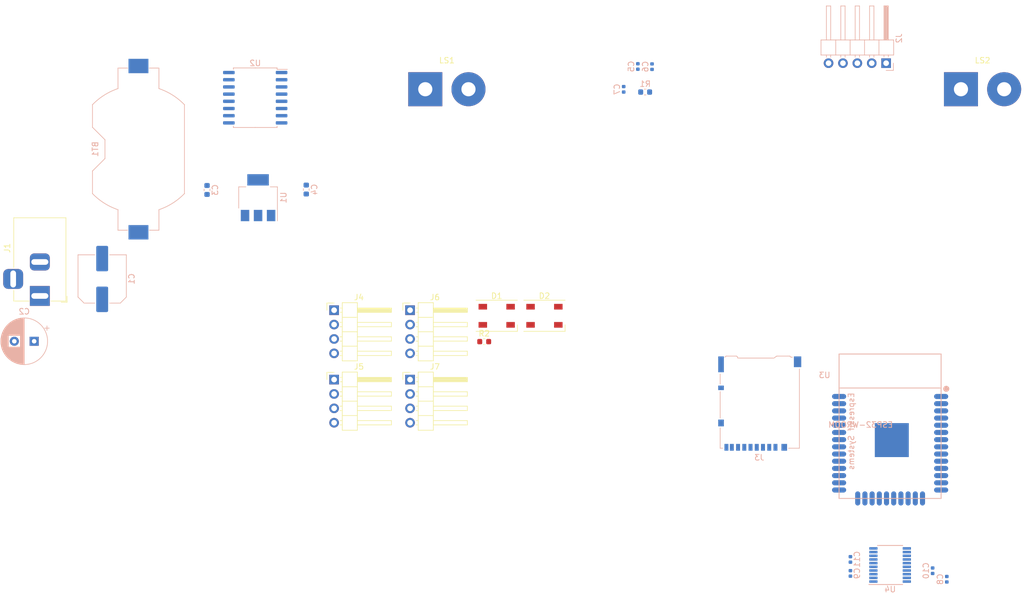
<source format=kicad_pcb>
(kicad_pcb (version 20171130) (host pcbnew 5.1.2)

  (general
    (thickness 1.6)
    (drawings 0)
    (tracks 0)
    (zones 0)
    (modules 29)
    (nets 51)
  )

  (page A3)
  (layers
    (0 F.Cu signal)
    (31 B.Cu signal)
    (32 B.Adhes user)
    (33 F.Adhes user)
    (34 B.Paste user)
    (35 F.Paste user)
    (36 B.SilkS user)
    (37 F.SilkS user)
    (38 B.Mask user)
    (39 F.Mask user)
    (40 Dwgs.User user)
    (41 Cmts.User user)
    (42 Eco1.User user)
    (43 Eco2.User user)
    (44 Edge.Cuts user)
    (45 Margin user)
    (46 B.CrtYd user)
    (47 F.CrtYd user)
    (48 B.Fab user)
    (49 F.Fab user)
  )

  (setup
    (last_trace_width 0.25)
    (trace_clearance 0.2)
    (zone_clearance 0.508)
    (zone_45_only no)
    (trace_min 0.2)
    (via_size 0.8)
    (via_drill 0.4)
    (via_min_size 0.4)
    (via_min_drill 0.3)
    (uvia_size 0.3)
    (uvia_drill 0.1)
    (uvias_allowed no)
    (uvia_min_size 0.2)
    (uvia_min_drill 0.1)
    (edge_width 0.05)
    (segment_width 0.2)
    (pcb_text_width 0.3)
    (pcb_text_size 1.5 1.5)
    (mod_edge_width 0.12)
    (mod_text_size 1 1)
    (mod_text_width 0.15)
    (pad_size 1.524 1.524)
    (pad_drill 0.762)
    (pad_to_mask_clearance 0.051)
    (solder_mask_min_width 0.25)
    (aux_axis_origin 0 0)
    (visible_elements FFFFFF7F)
    (pcbplotparams
      (layerselection 0x010fc_ffffffff)
      (usegerberextensions false)
      (usegerberattributes false)
      (usegerberadvancedattributes false)
      (creategerberjobfile false)
      (excludeedgelayer true)
      (linewidth 0.100000)
      (plotframeref false)
      (viasonmask false)
      (mode 1)
      (useauxorigin false)
      (hpglpennumber 1)
      (hpglpenspeed 20)
      (hpglpendiameter 15.000000)
      (psnegative false)
      (psa4output false)
      (plotreference true)
      (plotvalue true)
      (plotinvisibletext false)
      (padsonsilk false)
      (subtractmaskfromsilk false)
      (outputformat 1)
      (mirror false)
      (drillshape 1)
      (scaleselection 1)
      (outputdirectory ""))
  )

  (net 0 "")
  (net 1 GND)
  (net 2 "Net-(BT1-Pad1)")
  (net 3 /RTS)
  (net 4 +3V3)
  (net 5 +5V)
  (net 6 "Net-(C9-Pad2)")
  (net 7 /DTR)
  (net 8 /TX)
  (net 9 /RX)
  (net 10 "Net-(LS1-Pad1)")
  (net 11 "Net-(LS2-Pad1)")
  (net 12 /LED_DATA)
  (net 13 /LRCK)
  (net 14 /BCLK)
  (net 15 /I2SD)
  (net 16 /SDA)
  (net 17 /SCL)
  (net 18 "Net-(U2-Pad4)")
  (net 19 "Net-(U2-Pad3)")
  (net 20 "Net-(U2-Pad1)")
  (net 21 /MISO)
  (net 22 /SCLK)
  (net 23 /MOSI)
  (net 24 /CS)
  (net 25 "Net-(C9-Pad1)")
  (net 26 "Net-(C10-Pad2)")
  (net 27 "Net-(C11-Pad1)")
  (net 28 "Net-(J3-Pad8)")
  (net 29 "Net-(U3-Pad4)")
  (net 30 "Net-(U3-Pad5)")
  (net 31 "Net-(U3-Pad6)")
  (net 32 "Net-(U3-Pad7)")
  (net 33 "Net-(U3-Pad9)")
  (net 34 "Net-(U3-Pad12)")
  (net 35 "Net-(U3-Pad13)")
  (net 36 "Net-(U3-Pad14)")
  (net 37 "Net-(U3-Pad16)")
  (net 38 "Net-(U3-Pad17)")
  (net 39 "Net-(U3-Pad18)")
  (net 40 "Net-(U3-Pad19)")
  (net 41 "Net-(U3-Pad20)")
  (net 42 "Net-(U3-Pad21)")
  (net 43 "Net-(U3-Pad22)")
  (net 44 "Net-(U3-Pad23)")
  (net 45 "Net-(U3-Pad24)")
  (net 46 "Net-(U3-Pad27)")
  (net 47 "Net-(U3-Pad28)")
  (net 48 "Net-(U3-Pad32)")
  (net 49 "Net-(D1-Pad4)")
  (net 50 "Net-(D2-Pad4)")

  (net_class Default "Dies ist die voreingestellte Netzklasse."
    (clearance 0.2)
    (trace_width 0.25)
    (via_dia 0.8)
    (via_drill 0.4)
    (uvia_dia 0.3)
    (uvia_drill 0.1)
    (add_net +3V3)
    (add_net +5V)
    (add_net /BCLK)
    (add_net /CS)
    (add_net /DTR)
    (add_net /I2SD)
    (add_net /LED_DATA)
    (add_net /LRCK)
    (add_net /MISO)
    (add_net /MOSI)
    (add_net /RTS)
    (add_net /RX)
    (add_net /SCL)
    (add_net /SCLK)
    (add_net /SDA)
    (add_net /TX)
    (add_net GND)
    (add_net "Net-(BT1-Pad1)")
    (add_net "Net-(C10-Pad2)")
    (add_net "Net-(C11-Pad1)")
    (add_net "Net-(C9-Pad1)")
    (add_net "Net-(C9-Pad2)")
    (add_net "Net-(D1-Pad4)")
    (add_net "Net-(D2-Pad4)")
    (add_net "Net-(J3-Pad8)")
    (add_net "Net-(LS1-Pad1)")
    (add_net "Net-(LS2-Pad1)")
    (add_net "Net-(U2-Pad1)")
    (add_net "Net-(U2-Pad3)")
    (add_net "Net-(U2-Pad4)")
    (add_net "Net-(U3-Pad12)")
    (add_net "Net-(U3-Pad13)")
    (add_net "Net-(U3-Pad14)")
    (add_net "Net-(U3-Pad16)")
    (add_net "Net-(U3-Pad17)")
    (add_net "Net-(U3-Pad18)")
    (add_net "Net-(U3-Pad19)")
    (add_net "Net-(U3-Pad20)")
    (add_net "Net-(U3-Pad21)")
    (add_net "Net-(U3-Pad22)")
    (add_net "Net-(U3-Pad23)")
    (add_net "Net-(U3-Pad24)")
    (add_net "Net-(U3-Pad27)")
    (add_net "Net-(U3-Pad28)")
    (add_net "Net-(U3-Pad32)")
    (add_net "Net-(U3-Pad4)")
    (add_net "Net-(U3-Pad5)")
    (add_net "Net-(U3-Pad6)")
    (add_net "Net-(U3-Pad7)")
    (add_net "Net-(U3-Pad9)")
  )

  (module Resistor_SMD:R_0603_1608Metric (layer F.Cu) (tedit 5B301BBD) (tstamp 5DD1EAD6)
    (at 99.395 68.065)
    (descr "Resistor SMD 0603 (1608 Metric), square (rectangular) end terminal, IPC_7351 nominal, (Body size source: http://www.tortai-tech.com/upload/download/2011102023233369053.pdf), generated with kicad-footprint-generator")
    (tags resistor)
    (path /5DD5B861)
    (attr smd)
    (fp_text reference R2 (at 0 -1.43) (layer F.SilkS)
      (effects (font (size 1 1) (thickness 0.15)))
    )
    (fp_text value 10k (at 0 1.43) (layer F.Fab)
      (effects (font (size 1 1) (thickness 0.15)))
    )
    (fp_text user %R (at 0 0) (layer F.Fab)
      (effects (font (size 0.4 0.4) (thickness 0.06)))
    )
    (fp_line (start 1.48 0.73) (end -1.48 0.73) (layer F.CrtYd) (width 0.05))
    (fp_line (start 1.48 -0.73) (end 1.48 0.73) (layer F.CrtYd) (width 0.05))
    (fp_line (start -1.48 -0.73) (end 1.48 -0.73) (layer F.CrtYd) (width 0.05))
    (fp_line (start -1.48 0.73) (end -1.48 -0.73) (layer F.CrtYd) (width 0.05))
    (fp_line (start -0.162779 0.51) (end 0.162779 0.51) (layer F.SilkS) (width 0.12))
    (fp_line (start -0.162779 -0.51) (end 0.162779 -0.51) (layer F.SilkS) (width 0.12))
    (fp_line (start 0.8 0.4) (end -0.8 0.4) (layer F.Fab) (width 0.1))
    (fp_line (start 0.8 -0.4) (end 0.8 0.4) (layer F.Fab) (width 0.1))
    (fp_line (start -0.8 -0.4) (end 0.8 -0.4) (layer F.Fab) (width 0.1))
    (fp_line (start -0.8 0.4) (end -0.8 -0.4) (layer F.Fab) (width 0.1))
    (pad 2 smd roundrect (at 0.7875 0) (size 0.875 0.95) (layers F.Cu F.Paste F.Mask) (roundrect_rratio 0.25)
      (net 50 "Net-(D2-Pad4)"))
    (pad 1 smd roundrect (at -0.7875 0) (size 0.875 0.95) (layers F.Cu F.Paste F.Mask) (roundrect_rratio 0.25)
      (net 1 GND))
    (model ${KISYS3DMOD}/Resistor_SMD.3dshapes/R_0603_1608Metric.wrl
      (at (xyz 0 0 0))
      (scale (xyz 1 1 1))
      (rotate (xyz 0 0 0))
    )
  )

  (module Connector_PinHeader_2.54mm:PinHeader_1x04_P2.54mm_Horizontal (layer F.Cu) (tedit 59FED5CB) (tstamp 5DD1EA03)
    (at 86.315 74.765)
    (descr "Through hole angled pin header, 1x04, 2.54mm pitch, 6mm pin length, single row")
    (tags "Through hole angled pin header THT 1x04 2.54mm single row")
    (path /5DD005F5)
    (fp_text reference J7 (at 4.385 -2.27) (layer F.SilkS)
      (effects (font (size 1 1) (thickness 0.15)))
    )
    (fp_text value Conn_01x04_Male (at 4.385 9.89) (layer F.Fab)
      (effects (font (size 1 1) (thickness 0.15)))
    )
    (fp_text user %R (at 2.77 3.81 90) (layer F.Fab)
      (effects (font (size 1 1) (thickness 0.15)))
    )
    (fp_line (start 10.55 -1.8) (end -1.8 -1.8) (layer F.CrtYd) (width 0.05))
    (fp_line (start 10.55 9.4) (end 10.55 -1.8) (layer F.CrtYd) (width 0.05))
    (fp_line (start -1.8 9.4) (end 10.55 9.4) (layer F.CrtYd) (width 0.05))
    (fp_line (start -1.8 -1.8) (end -1.8 9.4) (layer F.CrtYd) (width 0.05))
    (fp_line (start -1.27 -1.27) (end 0 -1.27) (layer F.SilkS) (width 0.12))
    (fp_line (start -1.27 0) (end -1.27 -1.27) (layer F.SilkS) (width 0.12))
    (fp_line (start 1.042929 8) (end 1.44 8) (layer F.SilkS) (width 0.12))
    (fp_line (start 1.042929 7.24) (end 1.44 7.24) (layer F.SilkS) (width 0.12))
    (fp_line (start 10.1 8) (end 4.1 8) (layer F.SilkS) (width 0.12))
    (fp_line (start 10.1 7.24) (end 10.1 8) (layer F.SilkS) (width 0.12))
    (fp_line (start 4.1 7.24) (end 10.1 7.24) (layer F.SilkS) (width 0.12))
    (fp_line (start 1.44 6.35) (end 4.1 6.35) (layer F.SilkS) (width 0.12))
    (fp_line (start 1.042929 5.46) (end 1.44 5.46) (layer F.SilkS) (width 0.12))
    (fp_line (start 1.042929 4.7) (end 1.44 4.7) (layer F.SilkS) (width 0.12))
    (fp_line (start 10.1 5.46) (end 4.1 5.46) (layer F.SilkS) (width 0.12))
    (fp_line (start 10.1 4.7) (end 10.1 5.46) (layer F.SilkS) (width 0.12))
    (fp_line (start 4.1 4.7) (end 10.1 4.7) (layer F.SilkS) (width 0.12))
    (fp_line (start 1.44 3.81) (end 4.1 3.81) (layer F.SilkS) (width 0.12))
    (fp_line (start 1.042929 2.92) (end 1.44 2.92) (layer F.SilkS) (width 0.12))
    (fp_line (start 1.042929 2.16) (end 1.44 2.16) (layer F.SilkS) (width 0.12))
    (fp_line (start 10.1 2.92) (end 4.1 2.92) (layer F.SilkS) (width 0.12))
    (fp_line (start 10.1 2.16) (end 10.1 2.92) (layer F.SilkS) (width 0.12))
    (fp_line (start 4.1 2.16) (end 10.1 2.16) (layer F.SilkS) (width 0.12))
    (fp_line (start 1.44 1.27) (end 4.1 1.27) (layer F.SilkS) (width 0.12))
    (fp_line (start 1.11 0.38) (end 1.44 0.38) (layer F.SilkS) (width 0.12))
    (fp_line (start 1.11 -0.38) (end 1.44 -0.38) (layer F.SilkS) (width 0.12))
    (fp_line (start 4.1 0.28) (end 10.1 0.28) (layer F.SilkS) (width 0.12))
    (fp_line (start 4.1 0.16) (end 10.1 0.16) (layer F.SilkS) (width 0.12))
    (fp_line (start 4.1 0.04) (end 10.1 0.04) (layer F.SilkS) (width 0.12))
    (fp_line (start 4.1 -0.08) (end 10.1 -0.08) (layer F.SilkS) (width 0.12))
    (fp_line (start 4.1 -0.2) (end 10.1 -0.2) (layer F.SilkS) (width 0.12))
    (fp_line (start 4.1 -0.32) (end 10.1 -0.32) (layer F.SilkS) (width 0.12))
    (fp_line (start 10.1 0.38) (end 4.1 0.38) (layer F.SilkS) (width 0.12))
    (fp_line (start 10.1 -0.38) (end 10.1 0.38) (layer F.SilkS) (width 0.12))
    (fp_line (start 4.1 -0.38) (end 10.1 -0.38) (layer F.SilkS) (width 0.12))
    (fp_line (start 4.1 -1.33) (end 1.44 -1.33) (layer F.SilkS) (width 0.12))
    (fp_line (start 4.1 8.95) (end 4.1 -1.33) (layer F.SilkS) (width 0.12))
    (fp_line (start 1.44 8.95) (end 4.1 8.95) (layer F.SilkS) (width 0.12))
    (fp_line (start 1.44 -1.33) (end 1.44 8.95) (layer F.SilkS) (width 0.12))
    (fp_line (start 4.04 7.94) (end 10.04 7.94) (layer F.Fab) (width 0.1))
    (fp_line (start 10.04 7.3) (end 10.04 7.94) (layer F.Fab) (width 0.1))
    (fp_line (start 4.04 7.3) (end 10.04 7.3) (layer F.Fab) (width 0.1))
    (fp_line (start -0.32 7.94) (end 1.5 7.94) (layer F.Fab) (width 0.1))
    (fp_line (start -0.32 7.3) (end -0.32 7.94) (layer F.Fab) (width 0.1))
    (fp_line (start -0.32 7.3) (end 1.5 7.3) (layer F.Fab) (width 0.1))
    (fp_line (start 4.04 5.4) (end 10.04 5.4) (layer F.Fab) (width 0.1))
    (fp_line (start 10.04 4.76) (end 10.04 5.4) (layer F.Fab) (width 0.1))
    (fp_line (start 4.04 4.76) (end 10.04 4.76) (layer F.Fab) (width 0.1))
    (fp_line (start -0.32 5.4) (end 1.5 5.4) (layer F.Fab) (width 0.1))
    (fp_line (start -0.32 4.76) (end -0.32 5.4) (layer F.Fab) (width 0.1))
    (fp_line (start -0.32 4.76) (end 1.5 4.76) (layer F.Fab) (width 0.1))
    (fp_line (start 4.04 2.86) (end 10.04 2.86) (layer F.Fab) (width 0.1))
    (fp_line (start 10.04 2.22) (end 10.04 2.86) (layer F.Fab) (width 0.1))
    (fp_line (start 4.04 2.22) (end 10.04 2.22) (layer F.Fab) (width 0.1))
    (fp_line (start -0.32 2.86) (end 1.5 2.86) (layer F.Fab) (width 0.1))
    (fp_line (start -0.32 2.22) (end -0.32 2.86) (layer F.Fab) (width 0.1))
    (fp_line (start -0.32 2.22) (end 1.5 2.22) (layer F.Fab) (width 0.1))
    (fp_line (start 4.04 0.32) (end 10.04 0.32) (layer F.Fab) (width 0.1))
    (fp_line (start 10.04 -0.32) (end 10.04 0.32) (layer F.Fab) (width 0.1))
    (fp_line (start 4.04 -0.32) (end 10.04 -0.32) (layer F.Fab) (width 0.1))
    (fp_line (start -0.32 0.32) (end 1.5 0.32) (layer F.Fab) (width 0.1))
    (fp_line (start -0.32 -0.32) (end -0.32 0.32) (layer F.Fab) (width 0.1))
    (fp_line (start -0.32 -0.32) (end 1.5 -0.32) (layer F.Fab) (width 0.1))
    (fp_line (start 1.5 -0.635) (end 2.135 -1.27) (layer F.Fab) (width 0.1))
    (fp_line (start 1.5 8.89) (end 1.5 -0.635) (layer F.Fab) (width 0.1))
    (fp_line (start 4.04 8.89) (end 1.5 8.89) (layer F.Fab) (width 0.1))
    (fp_line (start 4.04 -1.27) (end 4.04 8.89) (layer F.Fab) (width 0.1))
    (fp_line (start 2.135 -1.27) (end 4.04 -1.27) (layer F.Fab) (width 0.1))
    (pad 4 thru_hole oval (at 0 7.62) (size 1.7 1.7) (drill 1) (layers *.Cu *.Mask)
      (net 5 +5V))
    (pad 3 thru_hole oval (at 0 5.08) (size 1.7 1.7) (drill 1) (layers *.Cu *.Mask)
      (net 17 /SCL))
    (pad 2 thru_hole oval (at 0 2.54) (size 1.7 1.7) (drill 1) (layers *.Cu *.Mask)
      (net 16 /SDA))
    (pad 1 thru_hole rect (at 0 0) (size 1.7 1.7) (drill 1) (layers *.Cu *.Mask)
      (net 1 GND))
    (model ${KISYS3DMOD}/Connector_PinHeader_2.54mm.3dshapes/PinHeader_1x04_P2.54mm_Horizontal.wrl
      (at (xyz 0 0 0))
      (scale (xyz 1 1 1))
      (rotate (xyz 0 0 0))
    )
  )

  (module Connector_PinHeader_2.54mm:PinHeader_1x04_P2.54mm_Horizontal (layer F.Cu) (tedit 59FED5CB) (tstamp 5DD1E78A)
    (at 86.315 62.515)
    (descr "Through hole angled pin header, 1x04, 2.54mm pitch, 6mm pin length, single row")
    (tags "Through hole angled pin header THT 1x04 2.54mm single row")
    (path /5DCFAA17)
    (fp_text reference J6 (at 4.385 -2.27) (layer F.SilkS)
      (effects (font (size 1 1) (thickness 0.15)))
    )
    (fp_text value Conn_01x04_Male (at 4.385 9.89) (layer F.Fab)
      (effects (font (size 1 1) (thickness 0.15)))
    )
    (fp_text user %R (at 2.77 3.81 90) (layer F.Fab)
      (effects (font (size 1 1) (thickness 0.15)))
    )
    (fp_line (start 10.55 -1.8) (end -1.8 -1.8) (layer F.CrtYd) (width 0.05))
    (fp_line (start 10.55 9.4) (end 10.55 -1.8) (layer F.CrtYd) (width 0.05))
    (fp_line (start -1.8 9.4) (end 10.55 9.4) (layer F.CrtYd) (width 0.05))
    (fp_line (start -1.8 -1.8) (end -1.8 9.4) (layer F.CrtYd) (width 0.05))
    (fp_line (start -1.27 -1.27) (end 0 -1.27) (layer F.SilkS) (width 0.12))
    (fp_line (start -1.27 0) (end -1.27 -1.27) (layer F.SilkS) (width 0.12))
    (fp_line (start 1.042929 8) (end 1.44 8) (layer F.SilkS) (width 0.12))
    (fp_line (start 1.042929 7.24) (end 1.44 7.24) (layer F.SilkS) (width 0.12))
    (fp_line (start 10.1 8) (end 4.1 8) (layer F.SilkS) (width 0.12))
    (fp_line (start 10.1 7.24) (end 10.1 8) (layer F.SilkS) (width 0.12))
    (fp_line (start 4.1 7.24) (end 10.1 7.24) (layer F.SilkS) (width 0.12))
    (fp_line (start 1.44 6.35) (end 4.1 6.35) (layer F.SilkS) (width 0.12))
    (fp_line (start 1.042929 5.46) (end 1.44 5.46) (layer F.SilkS) (width 0.12))
    (fp_line (start 1.042929 4.7) (end 1.44 4.7) (layer F.SilkS) (width 0.12))
    (fp_line (start 10.1 5.46) (end 4.1 5.46) (layer F.SilkS) (width 0.12))
    (fp_line (start 10.1 4.7) (end 10.1 5.46) (layer F.SilkS) (width 0.12))
    (fp_line (start 4.1 4.7) (end 10.1 4.7) (layer F.SilkS) (width 0.12))
    (fp_line (start 1.44 3.81) (end 4.1 3.81) (layer F.SilkS) (width 0.12))
    (fp_line (start 1.042929 2.92) (end 1.44 2.92) (layer F.SilkS) (width 0.12))
    (fp_line (start 1.042929 2.16) (end 1.44 2.16) (layer F.SilkS) (width 0.12))
    (fp_line (start 10.1 2.92) (end 4.1 2.92) (layer F.SilkS) (width 0.12))
    (fp_line (start 10.1 2.16) (end 10.1 2.92) (layer F.SilkS) (width 0.12))
    (fp_line (start 4.1 2.16) (end 10.1 2.16) (layer F.SilkS) (width 0.12))
    (fp_line (start 1.44 1.27) (end 4.1 1.27) (layer F.SilkS) (width 0.12))
    (fp_line (start 1.11 0.38) (end 1.44 0.38) (layer F.SilkS) (width 0.12))
    (fp_line (start 1.11 -0.38) (end 1.44 -0.38) (layer F.SilkS) (width 0.12))
    (fp_line (start 4.1 0.28) (end 10.1 0.28) (layer F.SilkS) (width 0.12))
    (fp_line (start 4.1 0.16) (end 10.1 0.16) (layer F.SilkS) (width 0.12))
    (fp_line (start 4.1 0.04) (end 10.1 0.04) (layer F.SilkS) (width 0.12))
    (fp_line (start 4.1 -0.08) (end 10.1 -0.08) (layer F.SilkS) (width 0.12))
    (fp_line (start 4.1 -0.2) (end 10.1 -0.2) (layer F.SilkS) (width 0.12))
    (fp_line (start 4.1 -0.32) (end 10.1 -0.32) (layer F.SilkS) (width 0.12))
    (fp_line (start 10.1 0.38) (end 4.1 0.38) (layer F.SilkS) (width 0.12))
    (fp_line (start 10.1 -0.38) (end 10.1 0.38) (layer F.SilkS) (width 0.12))
    (fp_line (start 4.1 -0.38) (end 10.1 -0.38) (layer F.SilkS) (width 0.12))
    (fp_line (start 4.1 -1.33) (end 1.44 -1.33) (layer F.SilkS) (width 0.12))
    (fp_line (start 4.1 8.95) (end 4.1 -1.33) (layer F.SilkS) (width 0.12))
    (fp_line (start 1.44 8.95) (end 4.1 8.95) (layer F.SilkS) (width 0.12))
    (fp_line (start 1.44 -1.33) (end 1.44 8.95) (layer F.SilkS) (width 0.12))
    (fp_line (start 4.04 7.94) (end 10.04 7.94) (layer F.Fab) (width 0.1))
    (fp_line (start 10.04 7.3) (end 10.04 7.94) (layer F.Fab) (width 0.1))
    (fp_line (start 4.04 7.3) (end 10.04 7.3) (layer F.Fab) (width 0.1))
    (fp_line (start -0.32 7.94) (end 1.5 7.94) (layer F.Fab) (width 0.1))
    (fp_line (start -0.32 7.3) (end -0.32 7.94) (layer F.Fab) (width 0.1))
    (fp_line (start -0.32 7.3) (end 1.5 7.3) (layer F.Fab) (width 0.1))
    (fp_line (start 4.04 5.4) (end 10.04 5.4) (layer F.Fab) (width 0.1))
    (fp_line (start 10.04 4.76) (end 10.04 5.4) (layer F.Fab) (width 0.1))
    (fp_line (start 4.04 4.76) (end 10.04 4.76) (layer F.Fab) (width 0.1))
    (fp_line (start -0.32 5.4) (end 1.5 5.4) (layer F.Fab) (width 0.1))
    (fp_line (start -0.32 4.76) (end -0.32 5.4) (layer F.Fab) (width 0.1))
    (fp_line (start -0.32 4.76) (end 1.5 4.76) (layer F.Fab) (width 0.1))
    (fp_line (start 4.04 2.86) (end 10.04 2.86) (layer F.Fab) (width 0.1))
    (fp_line (start 10.04 2.22) (end 10.04 2.86) (layer F.Fab) (width 0.1))
    (fp_line (start 4.04 2.22) (end 10.04 2.22) (layer F.Fab) (width 0.1))
    (fp_line (start -0.32 2.86) (end 1.5 2.86) (layer F.Fab) (width 0.1))
    (fp_line (start -0.32 2.22) (end -0.32 2.86) (layer F.Fab) (width 0.1))
    (fp_line (start -0.32 2.22) (end 1.5 2.22) (layer F.Fab) (width 0.1))
    (fp_line (start 4.04 0.32) (end 10.04 0.32) (layer F.Fab) (width 0.1))
    (fp_line (start 10.04 -0.32) (end 10.04 0.32) (layer F.Fab) (width 0.1))
    (fp_line (start 4.04 -0.32) (end 10.04 -0.32) (layer F.Fab) (width 0.1))
    (fp_line (start -0.32 0.32) (end 1.5 0.32) (layer F.Fab) (width 0.1))
    (fp_line (start -0.32 -0.32) (end -0.32 0.32) (layer F.Fab) (width 0.1))
    (fp_line (start -0.32 -0.32) (end 1.5 -0.32) (layer F.Fab) (width 0.1))
    (fp_line (start 1.5 -0.635) (end 2.135 -1.27) (layer F.Fab) (width 0.1))
    (fp_line (start 1.5 8.89) (end 1.5 -0.635) (layer F.Fab) (width 0.1))
    (fp_line (start 4.04 8.89) (end 1.5 8.89) (layer F.Fab) (width 0.1))
    (fp_line (start 4.04 -1.27) (end 4.04 8.89) (layer F.Fab) (width 0.1))
    (fp_line (start 2.135 -1.27) (end 4.04 -1.27) (layer F.Fab) (width 0.1))
    (pad 4 thru_hole oval (at 0 7.62) (size 1.7 1.7) (drill 1) (layers *.Cu *.Mask)
      (net 5 +5V))
    (pad 3 thru_hole oval (at 0 5.08) (size 1.7 1.7) (drill 1) (layers *.Cu *.Mask)
      (net 17 /SCL))
    (pad 2 thru_hole oval (at 0 2.54) (size 1.7 1.7) (drill 1) (layers *.Cu *.Mask)
      (net 16 /SDA))
    (pad 1 thru_hole rect (at 0 0) (size 1.7 1.7) (drill 1) (layers *.Cu *.Mask)
      (net 1 GND))
    (model ${KISYS3DMOD}/Connector_PinHeader_2.54mm.3dshapes/PinHeader_1x04_P2.54mm_Horizontal.wrl
      (at (xyz 0 0 0))
      (scale (xyz 1 1 1))
      (rotate (xyz 0 0 0))
    )
  )

  (module Connector_PinHeader_2.54mm:PinHeader_1x04_P2.54mm_Horizontal (layer F.Cu) (tedit 59FED5CB) (tstamp 5DD1E511)
    (at 72.915 74.765)
    (descr "Through hole angled pin header, 1x04, 2.54mm pitch, 6mm pin length, single row")
    (tags "Through hole angled pin header THT 1x04 2.54mm single row")
    (path /5DCF5127)
    (fp_text reference J5 (at 4.385 -2.27) (layer F.SilkS)
      (effects (font (size 1 1) (thickness 0.15)))
    )
    (fp_text value Conn_01x04_Male (at 4.385 9.89) (layer F.Fab)
      (effects (font (size 1 1) (thickness 0.15)))
    )
    (fp_text user %R (at 2.77 3.81 90) (layer F.Fab)
      (effects (font (size 1 1) (thickness 0.15)))
    )
    (fp_line (start 10.55 -1.8) (end -1.8 -1.8) (layer F.CrtYd) (width 0.05))
    (fp_line (start 10.55 9.4) (end 10.55 -1.8) (layer F.CrtYd) (width 0.05))
    (fp_line (start -1.8 9.4) (end 10.55 9.4) (layer F.CrtYd) (width 0.05))
    (fp_line (start -1.8 -1.8) (end -1.8 9.4) (layer F.CrtYd) (width 0.05))
    (fp_line (start -1.27 -1.27) (end 0 -1.27) (layer F.SilkS) (width 0.12))
    (fp_line (start -1.27 0) (end -1.27 -1.27) (layer F.SilkS) (width 0.12))
    (fp_line (start 1.042929 8) (end 1.44 8) (layer F.SilkS) (width 0.12))
    (fp_line (start 1.042929 7.24) (end 1.44 7.24) (layer F.SilkS) (width 0.12))
    (fp_line (start 10.1 8) (end 4.1 8) (layer F.SilkS) (width 0.12))
    (fp_line (start 10.1 7.24) (end 10.1 8) (layer F.SilkS) (width 0.12))
    (fp_line (start 4.1 7.24) (end 10.1 7.24) (layer F.SilkS) (width 0.12))
    (fp_line (start 1.44 6.35) (end 4.1 6.35) (layer F.SilkS) (width 0.12))
    (fp_line (start 1.042929 5.46) (end 1.44 5.46) (layer F.SilkS) (width 0.12))
    (fp_line (start 1.042929 4.7) (end 1.44 4.7) (layer F.SilkS) (width 0.12))
    (fp_line (start 10.1 5.46) (end 4.1 5.46) (layer F.SilkS) (width 0.12))
    (fp_line (start 10.1 4.7) (end 10.1 5.46) (layer F.SilkS) (width 0.12))
    (fp_line (start 4.1 4.7) (end 10.1 4.7) (layer F.SilkS) (width 0.12))
    (fp_line (start 1.44 3.81) (end 4.1 3.81) (layer F.SilkS) (width 0.12))
    (fp_line (start 1.042929 2.92) (end 1.44 2.92) (layer F.SilkS) (width 0.12))
    (fp_line (start 1.042929 2.16) (end 1.44 2.16) (layer F.SilkS) (width 0.12))
    (fp_line (start 10.1 2.92) (end 4.1 2.92) (layer F.SilkS) (width 0.12))
    (fp_line (start 10.1 2.16) (end 10.1 2.92) (layer F.SilkS) (width 0.12))
    (fp_line (start 4.1 2.16) (end 10.1 2.16) (layer F.SilkS) (width 0.12))
    (fp_line (start 1.44 1.27) (end 4.1 1.27) (layer F.SilkS) (width 0.12))
    (fp_line (start 1.11 0.38) (end 1.44 0.38) (layer F.SilkS) (width 0.12))
    (fp_line (start 1.11 -0.38) (end 1.44 -0.38) (layer F.SilkS) (width 0.12))
    (fp_line (start 4.1 0.28) (end 10.1 0.28) (layer F.SilkS) (width 0.12))
    (fp_line (start 4.1 0.16) (end 10.1 0.16) (layer F.SilkS) (width 0.12))
    (fp_line (start 4.1 0.04) (end 10.1 0.04) (layer F.SilkS) (width 0.12))
    (fp_line (start 4.1 -0.08) (end 10.1 -0.08) (layer F.SilkS) (width 0.12))
    (fp_line (start 4.1 -0.2) (end 10.1 -0.2) (layer F.SilkS) (width 0.12))
    (fp_line (start 4.1 -0.32) (end 10.1 -0.32) (layer F.SilkS) (width 0.12))
    (fp_line (start 10.1 0.38) (end 4.1 0.38) (layer F.SilkS) (width 0.12))
    (fp_line (start 10.1 -0.38) (end 10.1 0.38) (layer F.SilkS) (width 0.12))
    (fp_line (start 4.1 -0.38) (end 10.1 -0.38) (layer F.SilkS) (width 0.12))
    (fp_line (start 4.1 -1.33) (end 1.44 -1.33) (layer F.SilkS) (width 0.12))
    (fp_line (start 4.1 8.95) (end 4.1 -1.33) (layer F.SilkS) (width 0.12))
    (fp_line (start 1.44 8.95) (end 4.1 8.95) (layer F.SilkS) (width 0.12))
    (fp_line (start 1.44 -1.33) (end 1.44 8.95) (layer F.SilkS) (width 0.12))
    (fp_line (start 4.04 7.94) (end 10.04 7.94) (layer F.Fab) (width 0.1))
    (fp_line (start 10.04 7.3) (end 10.04 7.94) (layer F.Fab) (width 0.1))
    (fp_line (start 4.04 7.3) (end 10.04 7.3) (layer F.Fab) (width 0.1))
    (fp_line (start -0.32 7.94) (end 1.5 7.94) (layer F.Fab) (width 0.1))
    (fp_line (start -0.32 7.3) (end -0.32 7.94) (layer F.Fab) (width 0.1))
    (fp_line (start -0.32 7.3) (end 1.5 7.3) (layer F.Fab) (width 0.1))
    (fp_line (start 4.04 5.4) (end 10.04 5.4) (layer F.Fab) (width 0.1))
    (fp_line (start 10.04 4.76) (end 10.04 5.4) (layer F.Fab) (width 0.1))
    (fp_line (start 4.04 4.76) (end 10.04 4.76) (layer F.Fab) (width 0.1))
    (fp_line (start -0.32 5.4) (end 1.5 5.4) (layer F.Fab) (width 0.1))
    (fp_line (start -0.32 4.76) (end -0.32 5.4) (layer F.Fab) (width 0.1))
    (fp_line (start -0.32 4.76) (end 1.5 4.76) (layer F.Fab) (width 0.1))
    (fp_line (start 4.04 2.86) (end 10.04 2.86) (layer F.Fab) (width 0.1))
    (fp_line (start 10.04 2.22) (end 10.04 2.86) (layer F.Fab) (width 0.1))
    (fp_line (start 4.04 2.22) (end 10.04 2.22) (layer F.Fab) (width 0.1))
    (fp_line (start -0.32 2.86) (end 1.5 2.86) (layer F.Fab) (width 0.1))
    (fp_line (start -0.32 2.22) (end -0.32 2.86) (layer F.Fab) (width 0.1))
    (fp_line (start -0.32 2.22) (end 1.5 2.22) (layer F.Fab) (width 0.1))
    (fp_line (start 4.04 0.32) (end 10.04 0.32) (layer F.Fab) (width 0.1))
    (fp_line (start 10.04 -0.32) (end 10.04 0.32) (layer F.Fab) (width 0.1))
    (fp_line (start 4.04 -0.32) (end 10.04 -0.32) (layer F.Fab) (width 0.1))
    (fp_line (start -0.32 0.32) (end 1.5 0.32) (layer F.Fab) (width 0.1))
    (fp_line (start -0.32 -0.32) (end -0.32 0.32) (layer F.Fab) (width 0.1))
    (fp_line (start -0.32 -0.32) (end 1.5 -0.32) (layer F.Fab) (width 0.1))
    (fp_line (start 1.5 -0.635) (end 2.135 -1.27) (layer F.Fab) (width 0.1))
    (fp_line (start 1.5 8.89) (end 1.5 -0.635) (layer F.Fab) (width 0.1))
    (fp_line (start 4.04 8.89) (end 1.5 8.89) (layer F.Fab) (width 0.1))
    (fp_line (start 4.04 -1.27) (end 4.04 8.89) (layer F.Fab) (width 0.1))
    (fp_line (start 2.135 -1.27) (end 4.04 -1.27) (layer F.Fab) (width 0.1))
    (pad 4 thru_hole oval (at 0 7.62) (size 1.7 1.7) (drill 1) (layers *.Cu *.Mask)
      (net 5 +5V))
    (pad 3 thru_hole oval (at 0 5.08) (size 1.7 1.7) (drill 1) (layers *.Cu *.Mask)
      (net 17 /SCL))
    (pad 2 thru_hole oval (at 0 2.54) (size 1.7 1.7) (drill 1) (layers *.Cu *.Mask)
      (net 16 /SDA))
    (pad 1 thru_hole rect (at 0 0) (size 1.7 1.7) (drill 1) (layers *.Cu *.Mask)
      (net 1 GND))
    (model ${KISYS3DMOD}/Connector_PinHeader_2.54mm.3dshapes/PinHeader_1x04_P2.54mm_Horizontal.wrl
      (at (xyz 0 0 0))
      (scale (xyz 1 1 1))
      (rotate (xyz 0 0 0))
    )
  )

  (module Connector_PinHeader_2.54mm:PinHeader_1x04_P2.54mm_Horizontal (layer F.Cu) (tedit 59FED5CB) (tstamp 5DD1E298)
    (at 72.915 62.515)
    (descr "Through hole angled pin header, 1x04, 2.54mm pitch, 6mm pin length, single row")
    (tags "Through hole angled pin header THT 1x04 2.54mm single row")
    (path /5DCDEB7C)
    (fp_text reference J4 (at 4.385 -2.27) (layer F.SilkS)
      (effects (font (size 1 1) (thickness 0.15)))
    )
    (fp_text value Conn_01x04_Male (at 4.385 9.89) (layer F.Fab)
      (effects (font (size 1 1) (thickness 0.15)))
    )
    (fp_text user %R (at 2.77 3.81 90) (layer F.Fab)
      (effects (font (size 1 1) (thickness 0.15)))
    )
    (fp_line (start 10.55 -1.8) (end -1.8 -1.8) (layer F.CrtYd) (width 0.05))
    (fp_line (start 10.55 9.4) (end 10.55 -1.8) (layer F.CrtYd) (width 0.05))
    (fp_line (start -1.8 9.4) (end 10.55 9.4) (layer F.CrtYd) (width 0.05))
    (fp_line (start -1.8 -1.8) (end -1.8 9.4) (layer F.CrtYd) (width 0.05))
    (fp_line (start -1.27 -1.27) (end 0 -1.27) (layer F.SilkS) (width 0.12))
    (fp_line (start -1.27 0) (end -1.27 -1.27) (layer F.SilkS) (width 0.12))
    (fp_line (start 1.042929 8) (end 1.44 8) (layer F.SilkS) (width 0.12))
    (fp_line (start 1.042929 7.24) (end 1.44 7.24) (layer F.SilkS) (width 0.12))
    (fp_line (start 10.1 8) (end 4.1 8) (layer F.SilkS) (width 0.12))
    (fp_line (start 10.1 7.24) (end 10.1 8) (layer F.SilkS) (width 0.12))
    (fp_line (start 4.1 7.24) (end 10.1 7.24) (layer F.SilkS) (width 0.12))
    (fp_line (start 1.44 6.35) (end 4.1 6.35) (layer F.SilkS) (width 0.12))
    (fp_line (start 1.042929 5.46) (end 1.44 5.46) (layer F.SilkS) (width 0.12))
    (fp_line (start 1.042929 4.7) (end 1.44 4.7) (layer F.SilkS) (width 0.12))
    (fp_line (start 10.1 5.46) (end 4.1 5.46) (layer F.SilkS) (width 0.12))
    (fp_line (start 10.1 4.7) (end 10.1 5.46) (layer F.SilkS) (width 0.12))
    (fp_line (start 4.1 4.7) (end 10.1 4.7) (layer F.SilkS) (width 0.12))
    (fp_line (start 1.44 3.81) (end 4.1 3.81) (layer F.SilkS) (width 0.12))
    (fp_line (start 1.042929 2.92) (end 1.44 2.92) (layer F.SilkS) (width 0.12))
    (fp_line (start 1.042929 2.16) (end 1.44 2.16) (layer F.SilkS) (width 0.12))
    (fp_line (start 10.1 2.92) (end 4.1 2.92) (layer F.SilkS) (width 0.12))
    (fp_line (start 10.1 2.16) (end 10.1 2.92) (layer F.SilkS) (width 0.12))
    (fp_line (start 4.1 2.16) (end 10.1 2.16) (layer F.SilkS) (width 0.12))
    (fp_line (start 1.44 1.27) (end 4.1 1.27) (layer F.SilkS) (width 0.12))
    (fp_line (start 1.11 0.38) (end 1.44 0.38) (layer F.SilkS) (width 0.12))
    (fp_line (start 1.11 -0.38) (end 1.44 -0.38) (layer F.SilkS) (width 0.12))
    (fp_line (start 4.1 0.28) (end 10.1 0.28) (layer F.SilkS) (width 0.12))
    (fp_line (start 4.1 0.16) (end 10.1 0.16) (layer F.SilkS) (width 0.12))
    (fp_line (start 4.1 0.04) (end 10.1 0.04) (layer F.SilkS) (width 0.12))
    (fp_line (start 4.1 -0.08) (end 10.1 -0.08) (layer F.SilkS) (width 0.12))
    (fp_line (start 4.1 -0.2) (end 10.1 -0.2) (layer F.SilkS) (width 0.12))
    (fp_line (start 4.1 -0.32) (end 10.1 -0.32) (layer F.SilkS) (width 0.12))
    (fp_line (start 10.1 0.38) (end 4.1 0.38) (layer F.SilkS) (width 0.12))
    (fp_line (start 10.1 -0.38) (end 10.1 0.38) (layer F.SilkS) (width 0.12))
    (fp_line (start 4.1 -0.38) (end 10.1 -0.38) (layer F.SilkS) (width 0.12))
    (fp_line (start 4.1 -1.33) (end 1.44 -1.33) (layer F.SilkS) (width 0.12))
    (fp_line (start 4.1 8.95) (end 4.1 -1.33) (layer F.SilkS) (width 0.12))
    (fp_line (start 1.44 8.95) (end 4.1 8.95) (layer F.SilkS) (width 0.12))
    (fp_line (start 1.44 -1.33) (end 1.44 8.95) (layer F.SilkS) (width 0.12))
    (fp_line (start 4.04 7.94) (end 10.04 7.94) (layer F.Fab) (width 0.1))
    (fp_line (start 10.04 7.3) (end 10.04 7.94) (layer F.Fab) (width 0.1))
    (fp_line (start 4.04 7.3) (end 10.04 7.3) (layer F.Fab) (width 0.1))
    (fp_line (start -0.32 7.94) (end 1.5 7.94) (layer F.Fab) (width 0.1))
    (fp_line (start -0.32 7.3) (end -0.32 7.94) (layer F.Fab) (width 0.1))
    (fp_line (start -0.32 7.3) (end 1.5 7.3) (layer F.Fab) (width 0.1))
    (fp_line (start 4.04 5.4) (end 10.04 5.4) (layer F.Fab) (width 0.1))
    (fp_line (start 10.04 4.76) (end 10.04 5.4) (layer F.Fab) (width 0.1))
    (fp_line (start 4.04 4.76) (end 10.04 4.76) (layer F.Fab) (width 0.1))
    (fp_line (start -0.32 5.4) (end 1.5 5.4) (layer F.Fab) (width 0.1))
    (fp_line (start -0.32 4.76) (end -0.32 5.4) (layer F.Fab) (width 0.1))
    (fp_line (start -0.32 4.76) (end 1.5 4.76) (layer F.Fab) (width 0.1))
    (fp_line (start 4.04 2.86) (end 10.04 2.86) (layer F.Fab) (width 0.1))
    (fp_line (start 10.04 2.22) (end 10.04 2.86) (layer F.Fab) (width 0.1))
    (fp_line (start 4.04 2.22) (end 10.04 2.22) (layer F.Fab) (width 0.1))
    (fp_line (start -0.32 2.86) (end 1.5 2.86) (layer F.Fab) (width 0.1))
    (fp_line (start -0.32 2.22) (end -0.32 2.86) (layer F.Fab) (width 0.1))
    (fp_line (start -0.32 2.22) (end 1.5 2.22) (layer F.Fab) (width 0.1))
    (fp_line (start 4.04 0.32) (end 10.04 0.32) (layer F.Fab) (width 0.1))
    (fp_line (start 10.04 -0.32) (end 10.04 0.32) (layer F.Fab) (width 0.1))
    (fp_line (start 4.04 -0.32) (end 10.04 -0.32) (layer F.Fab) (width 0.1))
    (fp_line (start -0.32 0.32) (end 1.5 0.32) (layer F.Fab) (width 0.1))
    (fp_line (start -0.32 -0.32) (end -0.32 0.32) (layer F.Fab) (width 0.1))
    (fp_line (start -0.32 -0.32) (end 1.5 -0.32) (layer F.Fab) (width 0.1))
    (fp_line (start 1.5 -0.635) (end 2.135 -1.27) (layer F.Fab) (width 0.1))
    (fp_line (start 1.5 8.89) (end 1.5 -0.635) (layer F.Fab) (width 0.1))
    (fp_line (start 4.04 8.89) (end 1.5 8.89) (layer F.Fab) (width 0.1))
    (fp_line (start 4.04 -1.27) (end 4.04 8.89) (layer F.Fab) (width 0.1))
    (fp_line (start 2.135 -1.27) (end 4.04 -1.27) (layer F.Fab) (width 0.1))
    (pad 4 thru_hole oval (at 0 7.62) (size 1.7 1.7) (drill 1) (layers *.Cu *.Mask)
      (net 5 +5V))
    (pad 3 thru_hole oval (at 0 5.08) (size 1.7 1.7) (drill 1) (layers *.Cu *.Mask)
      (net 17 /SCL))
    (pad 2 thru_hole oval (at 0 2.54) (size 1.7 1.7) (drill 1) (layers *.Cu *.Mask)
      (net 16 /SDA))
    (pad 1 thru_hole rect (at 0 0) (size 1.7 1.7) (drill 1) (layers *.Cu *.Mask)
      (net 1 GND))
    (model ${KISYS3DMOD}/Connector_PinHeader_2.54mm.3dshapes/PinHeader_1x04_P2.54mm_Horizontal.wrl
      (at (xyz 0 0 0))
      (scale (xyz 1 1 1))
      (rotate (xyz 0 0 0))
    )
  )

  (module LED_SMD:LED_SK6812_PLCC4_5.0x5.0mm_P3.2mm (layer F.Cu) (tedit 5AA4B263) (tstamp 5DD1DE27)
    (at 110.02 63.5)
    (descr https://cdn-shop.adafruit.com/product-files/1138/SK6812+LED+datasheet+.pdf)
    (tags "LED RGB NeoPixel")
    (path /5DD1E4E8)
    (attr smd)
    (fp_text reference D2 (at 0 -3.5) (layer F.SilkS)
      (effects (font (size 1 1) (thickness 0.15)))
    )
    (fp_text value SK6812 (at 0 4) (layer F.Fab)
      (effects (font (size 1 1) (thickness 0.15)))
    )
    (fp_circle (center 0 0) (end 0 -2) (layer F.Fab) (width 0.1))
    (fp_line (start 3.65 2.75) (end 3.65 1.6) (layer F.SilkS) (width 0.12))
    (fp_line (start -3.65 2.75) (end 3.65 2.75) (layer F.SilkS) (width 0.12))
    (fp_line (start -3.65 -2.75) (end 3.65 -2.75) (layer F.SilkS) (width 0.12))
    (fp_line (start 2.5 -2.5) (end -2.5 -2.5) (layer F.Fab) (width 0.1))
    (fp_line (start 2.5 2.5) (end 2.5 -2.5) (layer F.Fab) (width 0.1))
    (fp_line (start -2.5 2.5) (end 2.5 2.5) (layer F.Fab) (width 0.1))
    (fp_line (start -2.5 -2.5) (end -2.5 2.5) (layer F.Fab) (width 0.1))
    (fp_line (start 2.5 1.5) (end 1.5 2.5) (layer F.Fab) (width 0.1))
    (fp_line (start -3.45 -2.75) (end -3.45 2.75) (layer F.CrtYd) (width 0.05))
    (fp_line (start -3.45 2.75) (end 3.45 2.75) (layer F.CrtYd) (width 0.05))
    (fp_line (start 3.45 2.75) (end 3.45 -2.75) (layer F.CrtYd) (width 0.05))
    (fp_line (start 3.45 -2.75) (end -3.45 -2.75) (layer F.CrtYd) (width 0.05))
    (fp_text user %R (at 0 0) (layer F.Fab)
      (effects (font (size 0.8 0.8) (thickness 0.15)))
    )
    (pad 3 smd rect (at -2.45 -1.6) (size 1.5 1) (layers F.Cu F.Paste F.Mask)
      (net 5 +5V))
    (pad 4 smd rect (at -2.45 1.6) (size 1.5 1) (layers F.Cu F.Paste F.Mask)
      (net 50 "Net-(D2-Pad4)"))
    (pad 2 smd rect (at 2.45 -1.6) (size 1.5 1) (layers F.Cu F.Paste F.Mask)
      (net 49 "Net-(D1-Pad4)"))
    (pad 1 smd rect (at 2.45 1.6) (size 1.5 1) (layers F.Cu F.Paste F.Mask)
      (net 1 GND))
    (model ${KISYS3DMOD}/LED_SMD.3dshapes/LED_SK6812_PLCC4_5.0x5.0mm_P3.2mm.wrl
      (at (xyz 0 0 0))
      (scale (xyz 1 1 1))
      (rotate (xyz 0 0 0))
    )
  )

  (module LED_SMD:LED_SK6812_PLCC4_5.0x5.0mm_P3.2mm (layer F.Cu) (tedit 5AA4B263) (tstamp 5DD1DD85)
    (at 101.6 63.5)
    (descr https://cdn-shop.adafruit.com/product-files/1138/SK6812+LED+datasheet+.pdf)
    (tags "LED RGB NeoPixel")
    (path /5DD1D6E4)
    (attr smd)
    (fp_text reference D1 (at 0 -3.5) (layer F.SilkS)
      (effects (font (size 1 1) (thickness 0.15)))
    )
    (fp_text value SK6812 (at 0 4) (layer F.Fab)
      (effects (font (size 1 1) (thickness 0.15)))
    )
    (fp_circle (center 0 0) (end 0 -2) (layer F.Fab) (width 0.1))
    (fp_line (start 3.65 2.75) (end 3.65 1.6) (layer F.SilkS) (width 0.12))
    (fp_line (start -3.65 2.75) (end 3.65 2.75) (layer F.SilkS) (width 0.12))
    (fp_line (start -3.65 -2.75) (end 3.65 -2.75) (layer F.SilkS) (width 0.12))
    (fp_line (start 2.5 -2.5) (end -2.5 -2.5) (layer F.Fab) (width 0.1))
    (fp_line (start 2.5 2.5) (end 2.5 -2.5) (layer F.Fab) (width 0.1))
    (fp_line (start -2.5 2.5) (end 2.5 2.5) (layer F.Fab) (width 0.1))
    (fp_line (start -2.5 -2.5) (end -2.5 2.5) (layer F.Fab) (width 0.1))
    (fp_line (start 2.5 1.5) (end 1.5 2.5) (layer F.Fab) (width 0.1))
    (fp_line (start -3.45 -2.75) (end -3.45 2.75) (layer F.CrtYd) (width 0.05))
    (fp_line (start -3.45 2.75) (end 3.45 2.75) (layer F.CrtYd) (width 0.05))
    (fp_line (start 3.45 2.75) (end 3.45 -2.75) (layer F.CrtYd) (width 0.05))
    (fp_line (start 3.45 -2.75) (end -3.45 -2.75) (layer F.CrtYd) (width 0.05))
    (fp_text user %R (at 0 0) (layer F.Fab)
      (effects (font (size 0.8 0.8) (thickness 0.15)))
    )
    (pad 3 smd rect (at -2.45 -1.6) (size 1.5 1) (layers F.Cu F.Paste F.Mask)
      (net 5 +5V))
    (pad 4 smd rect (at -2.45 1.6) (size 1.5 1) (layers F.Cu F.Paste F.Mask)
      (net 49 "Net-(D1-Pad4)"))
    (pad 2 smd rect (at 2.45 -1.6) (size 1.5 1) (layers F.Cu F.Paste F.Mask)
      (net 12 /LED_DATA))
    (pad 1 smd rect (at 2.45 1.6) (size 1.5 1) (layers F.Cu F.Paste F.Mask)
      (net 1 GND))
    (model ${KISYS3DMOD}/LED_SMD.3dshapes/LED_SK6812_PLCC4_5.0x5.0mm_P3.2mm.wrl
      (at (xyz 0 0 0))
      (scale (xyz 1 1 1))
      (rotate (xyz 0 0 0))
    )
  )

  (module Connector_Card:microSD_HC_Hirose_DM3AT-SF-PEJM5 (layer B.Cu) (tedit 5A1DBFB5) (tstamp 5DC4229D)
    (at 148 79)
    (descr "Micro SD, SMD, right-angle, push-pull (https://www.hirose.com/product/en/download_file/key_name/DM3AT-SF-PEJM5/category/Drawing%20(2D)/doc_file_id/44099/?file_category_id=6&item_id=06090031000&is_series=)")
    (tags "Micro SD")
    (path /5DC3F3D7)
    (attr smd)
    (fp_text reference J3 (at -0.075 9.525) (layer B.SilkS)
      (effects (font (size 1 1) (thickness 0.15)) (justify mirror))
    )
    (fp_text value Micro_SD_Card (at -0.075 -9.575) (layer B.Fab)
      (effects (font (size 1 1) (thickness 0.15)) (justify mirror))
    )
    (fp_arc (start -5.425 -13.225) (end -5.425 -13.725) (angle -90) (layer B.Fab) (width 0.1))
    (fp_arc (start 4.575 -13.225) (end 5.075 -13.225) (angle -90) (layer B.Fab) (width 0.1))
    (fp_arc (start -5.425 -9.225) (end -5.425 -9.725) (angle -90) (layer B.Fab) (width 0.1))
    (fp_arc (start 4.575 -9.225) (end 5.075 -9.225) (angle -90) (layer B.Fab) (width 0.1))
    (fp_line (start 3.275 1.525) (end 2.7 1.125) (layer Dwgs.User) (width 0.1))
    (fp_line (start 3.275 2.025) (end 2 1.125) (layer Dwgs.User) (width 0.1))
    (fp_line (start 3.275 2.525) (end 1.3 1.125) (layer Dwgs.User) (width 0.1))
    (fp_line (start 2.825 2.725) (end 0.6 1.125) (layer Dwgs.User) (width 0.1))
    (fp_line (start 2.125 2.725) (end -0.1 1.125) (layer Dwgs.User) (width 0.1))
    (fp_line (start 1.425 2.725) (end -0.8 1.125) (layer Dwgs.User) (width 0.1))
    (fp_line (start 0.725 2.725) (end -1.5 1.125) (layer Dwgs.User) (width 0.1))
    (fp_line (start 0.025 2.725) (end -2.2 1.125) (layer Dwgs.User) (width 0.1))
    (fp_line (start -0.675 2.725) (end -2.9 1.125) (layer Dwgs.User) (width 0.1))
    (fp_line (start -1.375 2.725) (end -3.6 1.125) (layer Dwgs.User) (width 0.1))
    (fp_line (start -2.075 2.725) (end -4.3 1.125) (layer Dwgs.User) (width 0.1))
    (fp_line (start -5.925 -8.325) (end -5.925 -13.225) (layer B.Fab) (width 0.1))
    (fp_line (start 5.075 -13.225) (end 5.075 -8.325) (layer B.Fab) (width 0.1))
    (fp_line (start -5.425 -13.725) (end 4.575 -13.725) (layer B.Fab) (width 0.1))
    (fp_line (start -5.425 -9.725) (end 4.575 -9.725) (layer B.Fab) (width 0.1))
    (fp_line (start 2.51 -7.975) (end -3.915 -7.975) (layer B.Fab) (width 0.1))
    (fp_line (start 6.925 7.825) (end -6.925 7.825) (layer B.Fab) (width 0.1))
    (fp_line (start 6.925 -8.125) (end 6.925 7.825) (layer B.Fab) (width 0.1))
    (fp_line (start -6.925 -8.125) (end -6.925 7.825) (layer B.Fab) (width 0.1))
    (fp_line (start 5.285 -8.325) (end 3.035 -8.325) (layer B.Fab) (width 0.1))
    (fp_line (start 5.285 -8.325) (end 5.485 -8.125) (layer B.Fab) (width 0.1))
    (fp_line (start 3.035 -8.325) (end 2.51 -7.975) (layer B.Fab) (width 0.1))
    (fp_line (start -5.915 -8.325) (end -6.115 -8.125) (layer B.Fab) (width 0.1))
    (fp_line (start -3.915 -8.125) (end -4.115 -8.325) (layer B.Fab) (width 0.1))
    (fp_line (start -4.115 -8.325) (end -5.915 -8.325) (layer B.Fab) (width 0.1))
    (fp_line (start 5.485 -8.125) (end 6.925 -8.125) (layer B.Fab) (width 0.1))
    (fp_line (start -6.115 -8.125) (end -6.925 -8.125) (layer B.Fab) (width 0.1))
    (fp_line (start -3.915 -8.125) (end -3.915 -7.975) (layer B.Fab) (width 0.1))
    (fp_line (start -5.425 2.725) (end 3.275 2.725) (layer Dwgs.User) (width 0.1))
    (fp_line (start 3.275 2.725) (end 3.275 1.125) (layer Dwgs.User) (width 0.1))
    (fp_line (start 3.275 1.125) (end -5.425 1.125) (layer Dwgs.User) (width 0.1))
    (fp_line (start 2.925 -6.975) (end 5.475 -6.975) (layer Dwgs.User) (width 0.1))
    (fp_line (start 5.475 -6.975) (end 5.475 -8.325) (layer Dwgs.User) (width 0.1))
    (fp_line (start 5.475 -8.325) (end 2.925 -8.325) (layer Dwgs.User) (width 0.1))
    (fp_line (start 2.925 -8.325) (end 2.925 -6.975) (layer Dwgs.User) (width 0.1))
    (fp_line (start -6.125 1.425) (end -5.425 1.425) (layer Dwgs.User) (width 0.1))
    (fp_line (start -5.425 2.725) (end -5.425 -6.175) (layer Dwgs.User) (width 0.1))
    (fp_line (start -5.425 -6.175) (end -6.125 -6.175) (layer Dwgs.User) (width 0.1))
    (fp_line (start -6.125 -6.175) (end -6.125 1.425) (layer Dwgs.User) (width 0.1))
    (fp_line (start -7.225 7.275) (end -6.475 7.275) (layer Dwgs.User) (width 0.1))
    (fp_line (start -6.475 7.275) (end -6.475 -0.775) (layer Dwgs.User) (width 0.1))
    (fp_line (start -6.475 -0.775) (end -7.225 -0.775) (layer Dwgs.User) (width 0.1))
    (fp_line (start -7.225 -0.775) (end -7.225 7.275) (layer Dwgs.User) (width 0.1))
    (fp_line (start -7.82 8.82) (end 7.88 8.82) (layer B.CrtYd) (width 0.05))
    (fp_line (start 7.88 8.82) (end 7.88 -8.88) (layer B.CrtYd) (width 0.05))
    (fp_line (start 7.88 -8.88) (end -7.82 -8.88) (layer B.CrtYd) (width 0.05))
    (fp_line (start -7.82 -8.88) (end -7.82 8.82) (layer B.CrtYd) (width 0.05))
    (fp_line (start 5.075 7.885) (end 6.995 7.885) (layer B.SilkS) (width 0.12))
    (fp_line (start 6.995 7.885) (end 6.995 -6.125) (layer B.SilkS) (width 0.12))
    (fp_line (start -6.525 7.885) (end -6.975 7.885) (layer B.SilkS) (width 0.12))
    (fp_line (start -6.975 7.885) (end -6.975 4.275) (layer B.SilkS) (width 0.12))
    (fp_line (start 5.315 -8.385) (end 3.005 -8.385) (layer B.SilkS) (width 0.12))
    (fp_line (start -5.945 -8.385) (end -4.085 -8.385) (layer B.SilkS) (width 0.12))
    (fp_line (start -5.945 -8.385) (end -6.145 -8.185) (layer B.SilkS) (width 0.12))
    (fp_line (start -6.975 2.575) (end -6.975 -2.125) (layer B.SilkS) (width 0.12))
    (fp_line (start -6.975 -3.425) (end -6.975 -5.225) (layer B.SilkS) (width 0.12))
    (fp_line (start -3.875 -8.035) (end 2.495 -8.035) (layer B.SilkS) (width 0.12))
    (fp_line (start -3.875 -8.035) (end -3.875 -8.185) (layer B.SilkS) (width 0.12))
    (fp_line (start -4.085 -8.385) (end -3.875 -8.185) (layer B.SilkS) (width 0.12))
    (fp_line (start 5.315 -8.385) (end 5.515 -8.185) (layer B.SilkS) (width 0.12))
    (fp_line (start 5.515 -8.185) (end 5.775 -8.185) (layer B.SilkS) (width 0.12))
    (fp_line (start 3.005 -8.385) (end 2.495 -8.035) (layer B.SilkS) (width 0.12))
    (fp_line (start 5.475 -6.975) (end 4.675 -8.325) (layer Dwgs.User) (width 0.1))
    (fp_line (start 4.975 -6.975) (end 4.175 -8.325) (layer Dwgs.User) (width 0.1))
    (fp_line (start 4.475 -6.975) (end 3.675 -8.325) (layer Dwgs.User) (width 0.1))
    (fp_line (start 3.975 -6.975) (end 3.175 -8.325) (layer Dwgs.User) (width 0.1))
    (fp_line (start 3.475 -6.975) (end 2.925 -7.875) (layer Dwgs.User) (width 0.1))
    (fp_line (start -6.475 7.275) (end -7.225 6.775) (layer Dwgs.User) (width 0.1))
    (fp_line (start -6.475 6.775) (end -7.225 6.275) (layer Dwgs.User) (width 0.1))
    (fp_line (start -6.475 6.275) (end -7.225 5.775) (layer Dwgs.User) (width 0.1))
    (fp_line (start -6.475 5.775) (end -7.225 5.275) (layer Dwgs.User) (width 0.1))
    (fp_line (start -6.475 5.275) (end -7.225 4.775) (layer Dwgs.User) (width 0.1))
    (fp_line (start -6.475 4.775) (end -7.225 4.275) (layer Dwgs.User) (width 0.1))
    (fp_line (start -6.475 4.275) (end -7.225 3.775) (layer Dwgs.User) (width 0.1))
    (fp_line (start -6.475 3.775) (end -7.225 3.275) (layer Dwgs.User) (width 0.1))
    (fp_line (start -6.475 3.275) (end -7.225 2.775) (layer Dwgs.User) (width 0.1))
    (fp_line (start -6.475 2.775) (end -7.225 2.275) (layer Dwgs.User) (width 0.1))
    (fp_line (start -6.475 2.275) (end -7.225 1.775) (layer Dwgs.User) (width 0.1))
    (fp_line (start -6.475 1.775) (end -7.225 1.275) (layer Dwgs.User) (width 0.1))
    (fp_line (start -6.475 1.275) (end -7.225 0.775) (layer Dwgs.User) (width 0.1))
    (fp_line (start -6.475 0.775) (end -7.225 0.275) (layer Dwgs.User) (width 0.1))
    (fp_line (start -6.475 0.275) (end -7.225 -0.225) (layer Dwgs.User) (width 0.1))
    (fp_line (start -6.475 -0.225) (end -7.225 -0.725) (layer Dwgs.User) (width 0.1))
    (fp_line (start -6.125 -6.175) (end -5.425 -5.675) (layer Dwgs.User) (width 0.1))
    (fp_line (start -6.125 -5.675) (end -5.425 -5.175) (layer Dwgs.User) (width 0.1))
    (fp_line (start -6.125 -5.175) (end -5.425 -4.675) (layer Dwgs.User) (width 0.1))
    (fp_line (start -6.125 -4.675) (end -5.425 -4.175) (layer Dwgs.User) (width 0.1))
    (fp_line (start -6.125 -4.175) (end -5.425 -3.675) (layer Dwgs.User) (width 0.1))
    (fp_line (start -6.125 -3.675) (end -5.425 -3.175) (layer Dwgs.User) (width 0.1))
    (fp_line (start -6.125 -3.175) (end -5.425 -2.675) (layer Dwgs.User) (width 0.1))
    (fp_line (start -6.125 -2.675) (end -5.425 -2.175) (layer Dwgs.User) (width 0.1))
    (fp_line (start -6.125 -2.175) (end -5.425 -1.675) (layer Dwgs.User) (width 0.1))
    (fp_line (start -6.125 -1.675) (end -5.425 -1.175) (layer Dwgs.User) (width 0.1))
    (fp_line (start -6.125 -1.175) (end -5.425 -0.675) (layer Dwgs.User) (width 0.1))
    (fp_line (start -6.125 -0.675) (end -5.425 -0.175) (layer Dwgs.User) (width 0.1))
    (fp_line (start -6.125 -0.175) (end -5.425 0.325) (layer Dwgs.User) (width 0.1))
    (fp_line (start -6.125 0.325) (end -5.425 0.825) (layer Dwgs.User) (width 0.1))
    (fp_line (start -6.125 1.325) (end -5.975 1.425) (layer Dwgs.User) (width 0.1))
    (fp_line (start -6.125 0.825) (end -5.425 1.325) (layer Dwgs.User) (width 0.1))
    (fp_line (start -5.425 1.325) (end -3.475 2.725) (layer Dwgs.User) (width 0.1))
    (fp_line (start -2.775 2.725) (end -5 1.125) (layer Dwgs.User) (width 0.1))
    (fp_line (start -4.875 2.725) (end -5.425 2.325) (layer Dwgs.User) (width 0.1))
    (fp_line (start -4.175 2.725) (end -5.425 1.825) (layer Dwgs.User) (width 0.1))
    (fp_text user KEEPOUT (at -5.775 -2.375 -90) (layer Cmts.User)
      (effects (font (size 0.6 0.6) (thickness 0.09)))
    )
    (fp_text user KEEPOUT (at -6.85 3.25 -90) (layer Cmts.User)
      (effects (font (size 0.6 0.6) (thickness 0.09)))
    )
    (fp_text user KEEPOUT (at 4.2 -7.65) (layer Cmts.User)
      (effects (font (size 0.4 0.4) (thickness 0.06)))
    )
    (fp_text user %R (at -0.075 -0.375) (layer B.Fab)
      (effects (font (size 1 1) (thickness 0.1)) (justify mirror))
    )
    (fp_text user KEEPOUT (at -1.075 1.925) (layer Cmts.User)
      (effects (font (size 1 1) (thickness 0.1)))
    )
    (pad 11 smd rect (at 6.675 -7.375) (size 1.3 1.9) (layers B.Cu B.Paste B.Mask))
    (pad 11 smd rect (at -6.825 -6.925) (size 1 2.8) (layers B.Cu B.Paste B.Mask))
    (pad 10 smd rect (at -6.825 -2.775) (size 1 0.8) (layers B.Cu B.Paste B.Mask))
    (pad 11 smd rect (at -6.825 3.425) (size 1 1.2) (layers B.Cu B.Paste B.Mask))
    (pad 11 smd rect (at 4.325 7.725) (size 1 1.2) (layers B.Cu B.Paste B.Mask))
    (pad 7 smd rect (at -3.825 7.725) (size 0.7 1.2) (layers B.Cu B.Paste B.Mask)
      (net 21 /MISO))
    (pad 6 smd rect (at -2.725 7.725) (size 0.7 1.2) (layers B.Cu B.Paste B.Mask)
      (net 1 GND))
    (pad 5 smd rect (at -1.625 7.725) (size 0.7 1.2) (layers B.Cu B.Paste B.Mask)
      (net 22 /SCLK))
    (pad 4 smd rect (at -0.525 7.725) (size 0.7 1.2) (layers B.Cu B.Paste B.Mask)
      (net 4 +3V3))
    (pad 3 smd rect (at 0.575 7.725) (size 0.7 1.2) (layers B.Cu B.Paste B.Mask)
      (net 1 GND))
    (pad 2 smd rect (at 1.675 7.725) (size 0.7 1.2) (layers B.Cu B.Paste B.Mask)
      (net 23 /MOSI))
    (pad 1 smd rect (at 2.775 7.725) (size 0.7 1.2) (layers B.Cu B.Paste B.Mask)
      (net 24 /CS))
    (pad 8 smd rect (at -4.925 7.725) (size 0.7 1.2) (layers B.Cu B.Paste B.Mask)
      (net 28 "Net-(J3-Pad8)"))
    (pad 9 smd rect (at -5.875 7.725) (size 0.7 1.2) (layers B.Cu B.Paste B.Mask)
      (net 1 GND))
    (model ${KISYS3DMOD}/Connector_Card.3dshapes/microSD_HC_Hirose_DM3AT-SF-PEJM5.wrl
      (at (xyz 0 0 0))
      (scale (xyz 1 1 1))
      (rotate (xyz 0 0 0))
    )
  )

  (module Package_TO_SOT_SMD:SOT-223-3_TabPin2 (layer B.Cu) (tedit 5A02FF57) (tstamp 5DC425ED)
    (at 59.5 42.65 90)
    (descr "module CMS SOT223 4 pins")
    (tags "CMS SOT")
    (path /5DC41BA9)
    (attr smd)
    (fp_text reference U1 (at 0 4.5 90) (layer B.SilkS)
      (effects (font (size 1 1) (thickness 0.15)) (justify mirror))
    )
    (fp_text value AP7361C-33E (at 0 -4.5 90) (layer B.Fab)
      (effects (font (size 1 1) (thickness 0.15)) (justify mirror))
    )
    (fp_line (start 1.85 3.35) (end 1.85 -3.35) (layer B.Fab) (width 0.1))
    (fp_line (start -1.85 -3.35) (end 1.85 -3.35) (layer B.Fab) (width 0.1))
    (fp_line (start -4.1 3.41) (end 1.91 3.41) (layer B.SilkS) (width 0.12))
    (fp_line (start -0.85 3.35) (end 1.85 3.35) (layer B.Fab) (width 0.1))
    (fp_line (start -1.85 -3.41) (end 1.91 -3.41) (layer B.SilkS) (width 0.12))
    (fp_line (start -1.85 2.35) (end -1.85 -3.35) (layer B.Fab) (width 0.1))
    (fp_line (start -1.85 2.35) (end -0.85 3.35) (layer B.Fab) (width 0.1))
    (fp_line (start -4.4 3.6) (end -4.4 -3.6) (layer B.CrtYd) (width 0.05))
    (fp_line (start -4.4 -3.6) (end 4.4 -3.6) (layer B.CrtYd) (width 0.05))
    (fp_line (start 4.4 -3.6) (end 4.4 3.6) (layer B.CrtYd) (width 0.05))
    (fp_line (start 4.4 3.6) (end -4.4 3.6) (layer B.CrtYd) (width 0.05))
    (fp_line (start 1.91 3.41) (end 1.91 2.15) (layer B.SilkS) (width 0.12))
    (fp_line (start 1.91 -3.41) (end 1.91 -2.15) (layer B.SilkS) (width 0.12))
    (fp_text user %R (at 0 0 180) (layer B.Fab)
      (effects (font (size 0.8 0.8) (thickness 0.12)) (justify mirror))
    )
    (pad 1 smd rect (at -3.15 2.3 90) (size 2 1.5) (layers B.Cu B.Paste B.Mask)
      (net 5 +5V))
    (pad 3 smd rect (at -3.15 -2.3 90) (size 2 1.5) (layers B.Cu B.Paste B.Mask)
      (net 4 +3V3))
    (pad 2 smd rect (at -3.15 0 90) (size 2 1.5) (layers B.Cu B.Paste B.Mask)
      (net 1 GND))
    (pad 2 smd rect (at 3.15 0 90) (size 2 3.8) (layers B.Cu B.Paste B.Mask)
      (net 1 GND))
    (model ${KISYS3DMOD}/Package_TO_SOT_SMD.3dshapes/SOT-223.wrl
      (at (xyz 0 0 0))
      (scale (xyz 1 1 1))
      (rotate (xyz 0 0 0))
    )
  )

  (module Package_SO:TSSOP-20_4.4x6.5mm_P0.65mm (layer B.Cu) (tedit 5A02F25C) (tstamp 5DC5269E)
    (at 171 107.5)
    (descr "20-Lead Plastic Thin Shrink Small Outline (ST)-4.4 mm Body [TSSOP] (see Microchip Packaging Specification 00000049BS.pdf)")
    (tags "SSOP 0.65")
    (path /5DC52822)
    (attr smd)
    (fp_text reference U4 (at 0 4.3) (layer B.SilkS)
      (effects (font (size 1 1) (thickness 0.15)) (justify mirror))
    )
    (fp_text value PCM5102A (at 0 -4.3) (layer B.Fab)
      (effects (font (size 1 1) (thickness 0.15)) (justify mirror))
    )
    (fp_text user %R (at 0 0) (layer B.Fab)
      (effects (font (size 0.8 0.8) (thickness 0.15)) (justify mirror))
    )
    (fp_line (start -3.75 3.45) (end 2.225 3.45) (layer B.SilkS) (width 0.15))
    (fp_line (start -2.225 -3.45) (end 2.225 -3.45) (layer B.SilkS) (width 0.15))
    (fp_line (start -3.95 -3.55) (end 3.95 -3.55) (layer B.CrtYd) (width 0.05))
    (fp_line (start -3.95 3.55) (end 3.95 3.55) (layer B.CrtYd) (width 0.05))
    (fp_line (start 3.95 3.55) (end 3.95 -3.55) (layer B.CrtYd) (width 0.05))
    (fp_line (start -3.95 3.55) (end -3.95 -3.55) (layer B.CrtYd) (width 0.05))
    (fp_line (start -2.2 2.25) (end -1.2 3.25) (layer B.Fab) (width 0.15))
    (fp_line (start -2.2 -3.25) (end -2.2 2.25) (layer B.Fab) (width 0.15))
    (fp_line (start 2.2 -3.25) (end -2.2 -3.25) (layer B.Fab) (width 0.15))
    (fp_line (start 2.2 3.25) (end 2.2 -3.25) (layer B.Fab) (width 0.15))
    (fp_line (start -1.2 3.25) (end 2.2 3.25) (layer B.Fab) (width 0.15))
    (pad 20 smd rect (at 2.95 2.925) (size 1.45 0.45) (layers B.Cu B.Paste B.Mask)
      (net 4 +3V3))
    (pad 19 smd rect (at 2.95 2.275) (size 1.45 0.45) (layers B.Cu B.Paste B.Mask)
      (net 1 GND))
    (pad 18 smd rect (at 2.95 1.625) (size 1.45 0.45) (layers B.Cu B.Paste B.Mask)
      (net 26 "Net-(C10-Pad2)"))
    (pad 17 smd rect (at 2.95 0.975) (size 1.45 0.45) (layers B.Cu B.Paste B.Mask)
      (net 4 +3V3))
    (pad 16 smd rect (at 2.95 0.325) (size 1.45 0.45) (layers B.Cu B.Paste B.Mask)
      (net 1 GND))
    (pad 15 smd rect (at 2.95 -0.325) (size 1.45 0.45) (layers B.Cu B.Paste B.Mask)
      (net 13 /LRCK))
    (pad 14 smd rect (at 2.95 -0.975) (size 1.45 0.45) (layers B.Cu B.Paste B.Mask)
      (net 15 /I2SD))
    (pad 13 smd rect (at 2.95 -1.625) (size 1.45 0.45) (layers B.Cu B.Paste B.Mask)
      (net 14 /BCLK))
    (pad 12 smd rect (at 2.95 -2.275) (size 1.45 0.45) (layers B.Cu B.Paste B.Mask)
      (net 1 GND))
    (pad 11 smd rect (at 2.95 -2.925) (size 1.45 0.45) (layers B.Cu B.Paste B.Mask)
      (net 1 GND))
    (pad 10 smd rect (at -2.95 -2.925) (size 1.45 0.45) (layers B.Cu B.Paste B.Mask)
      (net 1 GND))
    (pad 9 smd rect (at -2.95 -2.275) (size 1.45 0.45) (layers B.Cu B.Paste B.Mask)
      (net 1 GND))
    (pad 8 smd rect (at -2.95 -1.625) (size 1.45 0.45) (layers B.Cu B.Paste B.Mask)
      (net 4 +3V3))
    (pad 7 smd rect (at -2.95 -0.975) (size 1.45 0.45) (layers B.Cu B.Paste B.Mask)
      (net 11 "Net-(LS2-Pad1)"))
    (pad 6 smd rect (at -2.95 -0.325) (size 1.45 0.45) (layers B.Cu B.Paste B.Mask)
      (net 10 "Net-(LS1-Pad1)"))
    (pad 5 smd rect (at -2.95 0.325) (size 1.45 0.45) (layers B.Cu B.Paste B.Mask)
      (net 27 "Net-(C11-Pad1)"))
    (pad 4 smd rect (at -2.95 0.975) (size 1.45 0.45) (layers B.Cu B.Paste B.Mask)
      (net 6 "Net-(C9-Pad2)"))
    (pad 3 smd rect (at -2.95 1.625) (size 1.45 0.45) (layers B.Cu B.Paste B.Mask)
      (net 1 GND))
    (pad 2 smd rect (at -2.95 2.275) (size 1.45 0.45) (layers B.Cu B.Paste B.Mask)
      (net 25 "Net-(C9-Pad1)"))
    (pad 1 smd rect (at -2.95 2.925) (size 1.45 0.45) (layers B.Cu B.Paste B.Mask)
      (net 4 +3V3))
    (model ${KISYS3DMOD}/Package_SO.3dshapes/TSSOP-20_4.4x6.5mm_P0.65mm.wrl
      (at (xyz 0 0 0))
      (scale (xyz 1 1 1))
      (rotate (xyz 0 0 0))
    )
  )

  (module Package_SO:SOIC-16W_7.5x10.3mm_P1.27mm (layer B.Cu) (tedit 5C97300E) (tstamp 5DC3CFD6)
    (at 59 25 180)
    (descr "SOIC, 16 Pin (JEDEC MS-013AA, https://www.analog.com/media/en/package-pcb-resources/package/pkg_pdf/soic_wide-rw/rw_16.pdf), generated with kicad-footprint-generator ipc_gullwing_generator.py")
    (tags "SOIC SO")
    (path /5DC2811A)
    (attr smd)
    (fp_text reference U2 (at 0 6.1) (layer B.SilkS)
      (effects (font (size 1 1) (thickness 0.15)) (justify mirror))
    )
    (fp_text value DS3231M (at 0 -6.1) (layer B.Fab)
      (effects (font (size 1 1) (thickness 0.15)) (justify mirror))
    )
    (fp_text user %R (at 0 0) (layer B.Fab)
      (effects (font (size 1 1) (thickness 0.15)) (justify mirror))
    )
    (fp_line (start 5.93 5.4) (end -5.93 5.4) (layer B.CrtYd) (width 0.05))
    (fp_line (start 5.93 -5.4) (end 5.93 5.4) (layer B.CrtYd) (width 0.05))
    (fp_line (start -5.93 -5.4) (end 5.93 -5.4) (layer B.CrtYd) (width 0.05))
    (fp_line (start -5.93 5.4) (end -5.93 -5.4) (layer B.CrtYd) (width 0.05))
    (fp_line (start -3.75 4.15) (end -2.75 5.15) (layer B.Fab) (width 0.1))
    (fp_line (start -3.75 -5.15) (end -3.75 4.15) (layer B.Fab) (width 0.1))
    (fp_line (start 3.75 -5.15) (end -3.75 -5.15) (layer B.Fab) (width 0.1))
    (fp_line (start 3.75 5.15) (end 3.75 -5.15) (layer B.Fab) (width 0.1))
    (fp_line (start -2.75 5.15) (end 3.75 5.15) (layer B.Fab) (width 0.1))
    (fp_line (start -3.86 5.005) (end -5.675 5.005) (layer B.SilkS) (width 0.12))
    (fp_line (start -3.86 5.26) (end -3.86 5.005) (layer B.SilkS) (width 0.12))
    (fp_line (start 0 5.26) (end -3.86 5.26) (layer B.SilkS) (width 0.12))
    (fp_line (start 3.86 5.26) (end 3.86 5.005) (layer B.SilkS) (width 0.12))
    (fp_line (start 0 5.26) (end 3.86 5.26) (layer B.SilkS) (width 0.12))
    (fp_line (start -3.86 -5.26) (end -3.86 -5.005) (layer B.SilkS) (width 0.12))
    (fp_line (start 0 -5.26) (end -3.86 -5.26) (layer B.SilkS) (width 0.12))
    (fp_line (start 3.86 -5.26) (end 3.86 -5.005) (layer B.SilkS) (width 0.12))
    (fp_line (start 0 -5.26) (end 3.86 -5.26) (layer B.SilkS) (width 0.12))
    (pad 16 smd roundrect (at 4.65 4.445 180) (size 2.05 0.6) (layers B.Cu B.Paste B.Mask) (roundrect_rratio 0.25)
      (net 17 /SCL))
    (pad 15 smd roundrect (at 4.65 3.175 180) (size 2.05 0.6) (layers B.Cu B.Paste B.Mask) (roundrect_rratio 0.25)
      (net 16 /SDA))
    (pad 14 smd roundrect (at 4.65 1.905 180) (size 2.05 0.6) (layers B.Cu B.Paste B.Mask) (roundrect_rratio 0.25)
      (net 2 "Net-(BT1-Pad1)"))
    (pad 13 smd roundrect (at 4.65 0.635 180) (size 2.05 0.6) (layers B.Cu B.Paste B.Mask) (roundrect_rratio 0.25)
      (net 1 GND))
    (pad 12 smd roundrect (at 4.65 -0.635 180) (size 2.05 0.6) (layers B.Cu B.Paste B.Mask) (roundrect_rratio 0.25)
      (net 1 GND))
    (pad 11 smd roundrect (at 4.65 -1.905 180) (size 2.05 0.6) (layers B.Cu B.Paste B.Mask) (roundrect_rratio 0.25)
      (net 1 GND))
    (pad 10 smd roundrect (at 4.65 -3.175 180) (size 2.05 0.6) (layers B.Cu B.Paste B.Mask) (roundrect_rratio 0.25)
      (net 1 GND))
    (pad 9 smd roundrect (at 4.65 -4.445 180) (size 2.05 0.6) (layers B.Cu B.Paste B.Mask) (roundrect_rratio 0.25)
      (net 1 GND))
    (pad 8 smd roundrect (at -4.65 -4.445 180) (size 2.05 0.6) (layers B.Cu B.Paste B.Mask) (roundrect_rratio 0.25)
      (net 1 GND))
    (pad 7 smd roundrect (at -4.65 -3.175 180) (size 2.05 0.6) (layers B.Cu B.Paste B.Mask) (roundrect_rratio 0.25)
      (net 1 GND))
    (pad 6 smd roundrect (at -4.65 -1.905 180) (size 2.05 0.6) (layers B.Cu B.Paste B.Mask) (roundrect_rratio 0.25)
      (net 1 GND))
    (pad 5 smd roundrect (at -4.65 -0.635 180) (size 2.05 0.6) (layers B.Cu B.Paste B.Mask) (roundrect_rratio 0.25)
      (net 1 GND))
    (pad 4 smd roundrect (at -4.65 0.635 180) (size 2.05 0.6) (layers B.Cu B.Paste B.Mask) (roundrect_rratio 0.25)
      (net 18 "Net-(U2-Pad4)"))
    (pad 3 smd roundrect (at -4.65 1.905 180) (size 2.05 0.6) (layers B.Cu B.Paste B.Mask) (roundrect_rratio 0.25)
      (net 19 "Net-(U2-Pad3)"))
    (pad 2 smd roundrect (at -4.65 3.175 180) (size 2.05 0.6) (layers B.Cu B.Paste B.Mask) (roundrect_rratio 0.25)
      (net 4 +3V3))
    (pad 1 smd roundrect (at -4.65 4.445 180) (size 2.05 0.6) (layers B.Cu B.Paste B.Mask) (roundrect_rratio 0.25)
      (net 20 "Net-(U2-Pad1)"))
    (model ${KISYS3DMOD}/Package_SO.3dshapes/SOIC-16W_7.5x10.3mm_P1.27mm.wrl
      (at (xyz 0 0 0))
      (scale (xyz 1 1 1))
      (rotate (xyz 0 0 0))
    )
  )

  (module ESP32-footprints-Lib:ESP32-WROOM (layer B.Cu) (tedit 57D08EA8) (tstamp 5DC52850)
    (at 171 83)
    (path /5DC2247A)
    (fp_text reference U3 (at -11.557 -9.017) (layer B.SilkS)
      (effects (font (size 1 1) (thickness 0.15)) (justify mirror))
    )
    (fp_text value ESP32-WROOM (at 5.715 -14.224) (layer B.Fab)
      (effects (font (size 1 1) (thickness 0.15)) (justify mirror))
    )
    (fp_line (start -9 -12.75) (end 9 -12.75) (layer B.SilkS) (width 0.15))
    (fp_line (start -9 12.75) (end 9 12.75) (layer B.SilkS) (width 0.15))
    (fp_line (start -9 -12.75) (end -9 12.75) (layer B.SilkS) (width 0.15))
    (fp_line (start 9 -12.75) (end 9 12.75) (layer B.SilkS) (width 0.15))
    (fp_line (start -9 -6.75) (end 9 -6.75) (layer B.SilkS) (width 0.15))
    (fp_text user ESP32-WROOM (at -5.207 -0.254 180) (layer B.SilkS)
      (effects (font (size 1 1) (thickness 0.15)) (justify mirror))
    )
    (fp_circle (center 9.906 -6.604) (end 10.033 -6.858) (layer B.SilkS) (width 0.5))
    (fp_text user "Espressif Systems" (at -6.858 0.889 -90) (layer B.SilkS)
      (effects (font (size 1 1) (thickness 0.15)) (justify mirror))
    )
    (pad 39 smd rect (at 0.3 2.45) (size 6 6) (layers B.Cu B.Paste B.Mask)
      (net 1 GND))
    (pad 1 smd oval (at 9 -5.25) (size 2.5 0.9) (layers B.Cu B.Paste B.Mask)
      (net 1 GND))
    (pad 2 smd oval (at 9 -3.98) (size 2.5 0.9) (layers B.Cu B.Paste B.Mask)
      (net 4 +3V3))
    (pad 3 smd oval (at 9 -2.71) (size 2.5 0.9) (layers B.Cu B.Paste B.Mask)
      (net 3 /RTS))
    (pad 4 smd oval (at 9 -1.44) (size 2.5 0.9) (layers B.Cu B.Paste B.Mask)
      (net 29 "Net-(U3-Pad4)"))
    (pad 5 smd oval (at 9 -0.17) (size 2.5 0.9) (layers B.Cu B.Paste B.Mask)
      (net 30 "Net-(U3-Pad5)"))
    (pad 6 smd oval (at 9 1.1) (size 2.5 0.9) (layers B.Cu B.Paste B.Mask)
      (net 31 "Net-(U3-Pad6)"))
    (pad 7 smd oval (at 9 2.37) (size 2.5 0.9) (layers B.Cu B.Paste B.Mask)
      (net 32 "Net-(U3-Pad7)"))
    (pad 8 smd oval (at 9 3.64) (size 2.5 0.9) (layers B.Cu B.Paste B.Mask)
      (net 12 /LED_DATA))
    (pad 9 smd oval (at 9 4.91) (size 2.5 0.9) (layers B.Cu B.Paste B.Mask)
      (net 33 "Net-(U3-Pad9)"))
    (pad 10 smd oval (at 9 6.18) (size 2.5 0.9) (layers B.Cu B.Paste B.Mask)
      (net 13 /LRCK))
    (pad 11 smd oval (at 9 7.45) (size 2.5 0.9) (layers B.Cu B.Paste B.Mask)
      (net 14 /BCLK))
    (pad 12 smd oval (at 9 8.72) (size 2.5 0.9) (layers B.Cu B.Paste B.Mask)
      (net 34 "Net-(U3-Pad12)"))
    (pad 13 smd oval (at 9 9.99) (size 2.5 0.9) (layers B.Cu B.Paste B.Mask)
      (net 35 "Net-(U3-Pad13)"))
    (pad 14 smd oval (at 9 11.26) (size 2.5 0.9) (layers B.Cu B.Paste B.Mask)
      (net 36 "Net-(U3-Pad14)"))
    (pad 15 smd oval (at 5.715 12.75) (size 0.9 2.5) (layers B.Cu B.Paste B.Mask)
      (net 1 GND))
    (pad 16 smd oval (at 4.445 12.75) (size 0.9 2.5) (layers B.Cu B.Paste B.Mask)
      (net 37 "Net-(U3-Pad16)"))
    (pad 17 smd oval (at 3.175 12.75) (size 0.9 2.5) (layers B.Cu B.Paste B.Mask)
      (net 38 "Net-(U3-Pad17)"))
    (pad 18 smd oval (at 1.905 12.75) (size 0.9 2.5) (layers B.Cu B.Paste B.Mask)
      (net 39 "Net-(U3-Pad18)"))
    (pad 19 smd oval (at 0.635 12.75) (size 0.9 2.5) (layers B.Cu B.Paste B.Mask)
      (net 40 "Net-(U3-Pad19)"))
    (pad 20 smd oval (at -0.635 12.75) (size 0.9 2.5) (layers B.Cu B.Paste B.Mask)
      (net 41 "Net-(U3-Pad20)"))
    (pad 21 smd oval (at -1.905 12.75) (size 0.9 2.5) (layers B.Cu B.Paste B.Mask)
      (net 42 "Net-(U3-Pad21)"))
    (pad 22 smd oval (at -3.175 12.75) (size 0.9 2.5) (layers B.Cu B.Paste B.Mask)
      (net 43 "Net-(U3-Pad22)"))
    (pad 23 smd oval (at -4.445 12.75) (size 0.9 2.5) (layers B.Cu B.Paste B.Mask)
      (net 44 "Net-(U3-Pad23)"))
    (pad 24 smd oval (at -5.715 12.75) (size 0.9 2.5) (layers B.Cu B.Paste B.Mask)
      (net 45 "Net-(U3-Pad24)"))
    (pad 25 smd oval (at -9 11.26) (size 2.5 0.9) (layers B.Cu B.Paste B.Mask)
      (net 7 /DTR))
    (pad 26 smd oval (at -9 9.99) (size 2.5 0.9) (layers B.Cu B.Paste B.Mask)
      (net 15 /I2SD))
    (pad 27 smd oval (at -9 8.72) (size 2.5 0.9) (layers B.Cu B.Paste B.Mask)
      (net 46 "Net-(U3-Pad27)"))
    (pad 28 smd oval (at -9 7.45) (size 2.5 0.9) (layers B.Cu B.Paste B.Mask)
      (net 47 "Net-(U3-Pad28)"))
    (pad 29 smd oval (at -9 6.18) (size 2.5 0.9) (layers B.Cu B.Paste B.Mask)
      (net 24 /CS))
    (pad 30 smd oval (at -9 4.91) (size 2.5 0.9) (layers B.Cu B.Paste B.Mask)
      (net 22 /SCLK))
    (pad 31 smd oval (at -9 3.64) (size 2.5 0.9) (layers B.Cu B.Paste B.Mask)
      (net 21 /MISO))
    (pad 32 smd oval (at -9 2.37) (size 2.5 0.9) (layers B.Cu B.Paste B.Mask)
      (net 48 "Net-(U3-Pad32)"))
    (pad 33 smd oval (at -9 1.1) (size 2.5 0.9) (layers B.Cu B.Paste B.Mask)
      (net 16 /SDA))
    (pad 34 smd oval (at -9 -0.17) (size 2.5 0.9) (layers B.Cu B.Paste B.Mask)
      (net 9 /RX))
    (pad 35 smd oval (at -9 -1.44) (size 2.5 0.9) (layers B.Cu B.Paste B.Mask)
      (net 8 /TX))
    (pad 36 smd oval (at -9 -2.71) (size 2.5 0.9) (layers B.Cu B.Paste B.Mask)
      (net 17 /SCL))
    (pad 37 smd oval (at -9 -3.98) (size 2.5 0.9) (layers B.Cu B.Paste B.Mask)
      (net 23 /MOSI))
    (pad 38 smd oval (at -9 -5.25) (size 2.5 0.9) (layers B.Cu B.Paste B.Mask)
      (net 1 GND))
  )

  (module Resistor_SMD:R_0603_1608Metric (layer B.Cu) (tedit 5B301BBD) (tstamp 5DC3CF7C)
    (at 127.7875 24 180)
    (descr "Resistor SMD 0603 (1608 Metric), square (rectangular) end terminal, IPC_7351 nominal, (Body size source: http://www.tortai-tech.com/upload/download/2011102023233369053.pdf), generated with kicad-footprint-generator")
    (tags resistor)
    (path /5DC505CD)
    (attr smd)
    (fp_text reference R1 (at 0 1.43) (layer B.SilkS)
      (effects (font (size 1 1) (thickness 0.15)) (justify mirror))
    )
    (fp_text value 10k (at 0 -1.43) (layer B.Fab)
      (effects (font (size 1 1) (thickness 0.15)) (justify mirror))
    )
    (fp_text user %R (at 0 0) (layer B.Fab)
      (effects (font (size 0.4 0.4) (thickness 0.06)) (justify mirror))
    )
    (fp_line (start 1.48 -0.73) (end -1.48 -0.73) (layer B.CrtYd) (width 0.05))
    (fp_line (start 1.48 0.73) (end 1.48 -0.73) (layer B.CrtYd) (width 0.05))
    (fp_line (start -1.48 0.73) (end 1.48 0.73) (layer B.CrtYd) (width 0.05))
    (fp_line (start -1.48 -0.73) (end -1.48 0.73) (layer B.CrtYd) (width 0.05))
    (fp_line (start -0.162779 -0.51) (end 0.162779 -0.51) (layer B.SilkS) (width 0.12))
    (fp_line (start -0.162779 0.51) (end 0.162779 0.51) (layer B.SilkS) (width 0.12))
    (fp_line (start 0.8 -0.4) (end -0.8 -0.4) (layer B.Fab) (width 0.1))
    (fp_line (start 0.8 0.4) (end 0.8 -0.4) (layer B.Fab) (width 0.1))
    (fp_line (start -0.8 0.4) (end 0.8 0.4) (layer B.Fab) (width 0.1))
    (fp_line (start -0.8 -0.4) (end -0.8 0.4) (layer B.Fab) (width 0.1))
    (pad 2 smd roundrect (at 0.7875 0 180) (size 0.875 0.95) (layers B.Cu B.Paste B.Mask) (roundrect_rratio 0.25)
      (net 3 /RTS))
    (pad 1 smd roundrect (at -0.7875 0 180) (size 0.875 0.95) (layers B.Cu B.Paste B.Mask) (roundrect_rratio 0.25)
      (net 4 +3V3))
    (model ${KISYS3DMOD}/Resistor_SMD.3dshapes/R_0603_1608Metric.wrl
      (at (xyz 0 0 0))
      (scale (xyz 1 1 1))
      (rotate (xyz 0 0 0))
    )
  )

  (module Connector_Wire:SolderWirePad_1x02_P7.62mm_Drill2.5mm (layer F.Cu) (tedit 5AEE5F2F) (tstamp 5DC40F35)
    (at 183.5 23.5)
    (descr "Wire solder connection")
    (tags connector)
    (path /5DCA1CEC)
    (attr virtual)
    (fp_text reference LS2 (at 3.81 -5.08) (layer F.SilkS)
      (effects (font (size 1 1) (thickness 0.15)))
    )
    (fp_text value Speaker (at 3.81 4.445) (layer F.Fab)
      (effects (font (size 1 1) (thickness 0.15)))
    )
    (fp_line (start 11.12 3.5) (end -3.5 3.5) (layer F.CrtYd) (width 0.05))
    (fp_line (start 11.12 3.5) (end 11.12 -3.5) (layer F.CrtYd) (width 0.05))
    (fp_line (start -3.5 -3.5) (end -3.5 3.5) (layer F.CrtYd) (width 0.05))
    (fp_line (start -3.5 -3.5) (end 11.12 -3.5) (layer F.CrtYd) (width 0.05))
    (fp_text user %R (at 3.81 0) (layer F.Fab)
      (effects (font (size 1 1) (thickness 0.15)))
    )
    (pad 2 thru_hole circle (at 7.62 0) (size 5.99948 5.99948) (drill 2.49936) (layers *.Cu *.Mask)
      (net 1 GND))
    (pad 1 thru_hole rect (at 0 0) (size 5.99948 5.99948) (drill 2.49936) (layers *.Cu *.Mask)
      (net 11 "Net-(LS2-Pad1)"))
  )

  (module Connector_Wire:SolderWirePad_1x02_P7.62mm_Drill2.5mm (layer F.Cu) (tedit 5AEE5F2F) (tstamp 5DC3CF60)
    (at 89 23.5)
    (descr "Wire solder connection")
    (tags connector)
    (path /5DCA0C56)
    (attr virtual)
    (fp_text reference LS1 (at 3.81 -5.08) (layer F.SilkS)
      (effects (font (size 1 1) (thickness 0.15)))
    )
    (fp_text value Speaker (at 3.81 4.445) (layer F.Fab)
      (effects (font (size 1 1) (thickness 0.15)))
    )
    (fp_line (start 11.12 3.5) (end -3.5 3.5) (layer F.CrtYd) (width 0.05))
    (fp_line (start 11.12 3.5) (end 11.12 -3.5) (layer F.CrtYd) (width 0.05))
    (fp_line (start -3.5 -3.5) (end -3.5 3.5) (layer F.CrtYd) (width 0.05))
    (fp_line (start -3.5 -3.5) (end 11.12 -3.5) (layer F.CrtYd) (width 0.05))
    (fp_text user %R (at 3.81 0) (layer F.Fab)
      (effects (font (size 1 1) (thickness 0.15)))
    )
    (pad 2 thru_hole circle (at 7.62 0) (size 5.99948 5.99948) (drill 2.49936) (layers *.Cu *.Mask)
      (net 1 GND))
    (pad 1 thru_hole rect (at 0 0) (size 5.99948 5.99948) (drill 2.49936) (layers *.Cu *.Mask)
      (net 10 "Net-(LS1-Pad1)"))
  )

  (module Connector_PinHeader_2.54mm:PinHeader_1x05_P2.54mm_Horizontal (layer B.Cu) (tedit 59FED5CB) (tstamp 5DC4180A)
    (at 170.3 18.9 90)
    (descr "Through hole angled pin header, 1x05, 2.54mm pitch, 6mm pin length, single row")
    (tags "Through hole angled pin header THT 1x05 2.54mm single row")
    (path /5DC3B538)
    (fp_text reference J2 (at 4.385 2.27 270) (layer B.SilkS)
      (effects (font (size 1 1) (thickness 0.15)) (justify mirror))
    )
    (fp_text value Conn_01x05_Male (at 4.385 -12.43 270) (layer B.Fab)
      (effects (font (size 1 1) (thickness 0.15)) (justify mirror))
    )
    (fp_text user %R (at 2.77 -5.08) (layer B.Fab)
      (effects (font (size 1 1) (thickness 0.15)) (justify mirror))
    )
    (fp_line (start 10.55 1.8) (end -1.8 1.8) (layer B.CrtYd) (width 0.05))
    (fp_line (start 10.55 -11.95) (end 10.55 1.8) (layer B.CrtYd) (width 0.05))
    (fp_line (start -1.8 -11.95) (end 10.55 -11.95) (layer B.CrtYd) (width 0.05))
    (fp_line (start -1.8 1.8) (end -1.8 -11.95) (layer B.CrtYd) (width 0.05))
    (fp_line (start -1.27 1.27) (end 0 1.27) (layer B.SilkS) (width 0.12))
    (fp_line (start -1.27 0) (end -1.27 1.27) (layer B.SilkS) (width 0.12))
    (fp_line (start 1.042929 -10.54) (end 1.44 -10.54) (layer B.SilkS) (width 0.12))
    (fp_line (start 1.042929 -9.78) (end 1.44 -9.78) (layer B.SilkS) (width 0.12))
    (fp_line (start 10.1 -10.54) (end 4.1 -10.54) (layer B.SilkS) (width 0.12))
    (fp_line (start 10.1 -9.78) (end 10.1 -10.54) (layer B.SilkS) (width 0.12))
    (fp_line (start 4.1 -9.78) (end 10.1 -9.78) (layer B.SilkS) (width 0.12))
    (fp_line (start 1.44 -8.89) (end 4.1 -8.89) (layer B.SilkS) (width 0.12))
    (fp_line (start 1.042929 -8) (end 1.44 -8) (layer B.SilkS) (width 0.12))
    (fp_line (start 1.042929 -7.24) (end 1.44 -7.24) (layer B.SilkS) (width 0.12))
    (fp_line (start 10.1 -8) (end 4.1 -8) (layer B.SilkS) (width 0.12))
    (fp_line (start 10.1 -7.24) (end 10.1 -8) (layer B.SilkS) (width 0.12))
    (fp_line (start 4.1 -7.24) (end 10.1 -7.24) (layer B.SilkS) (width 0.12))
    (fp_line (start 1.44 -6.35) (end 4.1 -6.35) (layer B.SilkS) (width 0.12))
    (fp_line (start 1.042929 -5.46) (end 1.44 -5.46) (layer B.SilkS) (width 0.12))
    (fp_line (start 1.042929 -4.7) (end 1.44 -4.7) (layer B.SilkS) (width 0.12))
    (fp_line (start 10.1 -5.46) (end 4.1 -5.46) (layer B.SilkS) (width 0.12))
    (fp_line (start 10.1 -4.7) (end 10.1 -5.46) (layer B.SilkS) (width 0.12))
    (fp_line (start 4.1 -4.7) (end 10.1 -4.7) (layer B.SilkS) (width 0.12))
    (fp_line (start 1.44 -3.81) (end 4.1 -3.81) (layer B.SilkS) (width 0.12))
    (fp_line (start 1.042929 -2.92) (end 1.44 -2.92) (layer B.SilkS) (width 0.12))
    (fp_line (start 1.042929 -2.16) (end 1.44 -2.16) (layer B.SilkS) (width 0.12))
    (fp_line (start 10.1 -2.92) (end 4.1 -2.92) (layer B.SilkS) (width 0.12))
    (fp_line (start 10.1 -2.16) (end 10.1 -2.92) (layer B.SilkS) (width 0.12))
    (fp_line (start 4.1 -2.16) (end 10.1 -2.16) (layer B.SilkS) (width 0.12))
    (fp_line (start 1.44 -1.27) (end 4.1 -1.27) (layer B.SilkS) (width 0.12))
    (fp_line (start 1.11 -0.38) (end 1.44 -0.38) (layer B.SilkS) (width 0.12))
    (fp_line (start 1.11 0.38) (end 1.44 0.38) (layer B.SilkS) (width 0.12))
    (fp_line (start 4.1 -0.28) (end 10.1 -0.28) (layer B.SilkS) (width 0.12))
    (fp_line (start 4.1 -0.16) (end 10.1 -0.16) (layer B.SilkS) (width 0.12))
    (fp_line (start 4.1 -0.04) (end 10.1 -0.04) (layer B.SilkS) (width 0.12))
    (fp_line (start 4.1 0.08) (end 10.1 0.08) (layer B.SilkS) (width 0.12))
    (fp_line (start 4.1 0.2) (end 10.1 0.2) (layer B.SilkS) (width 0.12))
    (fp_line (start 4.1 0.32) (end 10.1 0.32) (layer B.SilkS) (width 0.12))
    (fp_line (start 10.1 -0.38) (end 4.1 -0.38) (layer B.SilkS) (width 0.12))
    (fp_line (start 10.1 0.38) (end 10.1 -0.38) (layer B.SilkS) (width 0.12))
    (fp_line (start 4.1 0.38) (end 10.1 0.38) (layer B.SilkS) (width 0.12))
    (fp_line (start 4.1 1.33) (end 1.44 1.33) (layer B.SilkS) (width 0.12))
    (fp_line (start 4.1 -11.49) (end 4.1 1.33) (layer B.SilkS) (width 0.12))
    (fp_line (start 1.44 -11.49) (end 4.1 -11.49) (layer B.SilkS) (width 0.12))
    (fp_line (start 1.44 1.33) (end 1.44 -11.49) (layer B.SilkS) (width 0.12))
    (fp_line (start 4.04 -10.48) (end 10.04 -10.48) (layer B.Fab) (width 0.1))
    (fp_line (start 10.04 -9.84) (end 10.04 -10.48) (layer B.Fab) (width 0.1))
    (fp_line (start 4.04 -9.84) (end 10.04 -9.84) (layer B.Fab) (width 0.1))
    (fp_line (start -0.32 -10.48) (end 1.5 -10.48) (layer B.Fab) (width 0.1))
    (fp_line (start -0.32 -9.84) (end -0.32 -10.48) (layer B.Fab) (width 0.1))
    (fp_line (start -0.32 -9.84) (end 1.5 -9.84) (layer B.Fab) (width 0.1))
    (fp_line (start 4.04 -7.94) (end 10.04 -7.94) (layer B.Fab) (width 0.1))
    (fp_line (start 10.04 -7.3) (end 10.04 -7.94) (layer B.Fab) (width 0.1))
    (fp_line (start 4.04 -7.3) (end 10.04 -7.3) (layer B.Fab) (width 0.1))
    (fp_line (start -0.32 -7.94) (end 1.5 -7.94) (layer B.Fab) (width 0.1))
    (fp_line (start -0.32 -7.3) (end -0.32 -7.94) (layer B.Fab) (width 0.1))
    (fp_line (start -0.32 -7.3) (end 1.5 -7.3) (layer B.Fab) (width 0.1))
    (fp_line (start 4.04 -5.4) (end 10.04 -5.4) (layer B.Fab) (width 0.1))
    (fp_line (start 10.04 -4.76) (end 10.04 -5.4) (layer B.Fab) (width 0.1))
    (fp_line (start 4.04 -4.76) (end 10.04 -4.76) (layer B.Fab) (width 0.1))
    (fp_line (start -0.32 -5.4) (end 1.5 -5.4) (layer B.Fab) (width 0.1))
    (fp_line (start -0.32 -4.76) (end -0.32 -5.4) (layer B.Fab) (width 0.1))
    (fp_line (start -0.32 -4.76) (end 1.5 -4.76) (layer B.Fab) (width 0.1))
    (fp_line (start 4.04 -2.86) (end 10.04 -2.86) (layer B.Fab) (width 0.1))
    (fp_line (start 10.04 -2.22) (end 10.04 -2.86) (layer B.Fab) (width 0.1))
    (fp_line (start 4.04 -2.22) (end 10.04 -2.22) (layer B.Fab) (width 0.1))
    (fp_line (start -0.32 -2.86) (end 1.5 -2.86) (layer B.Fab) (width 0.1))
    (fp_line (start -0.32 -2.22) (end -0.32 -2.86) (layer B.Fab) (width 0.1))
    (fp_line (start -0.32 -2.22) (end 1.5 -2.22) (layer B.Fab) (width 0.1))
    (fp_line (start 4.04 -0.32) (end 10.04 -0.32) (layer B.Fab) (width 0.1))
    (fp_line (start 10.04 0.32) (end 10.04 -0.32) (layer B.Fab) (width 0.1))
    (fp_line (start 4.04 0.32) (end 10.04 0.32) (layer B.Fab) (width 0.1))
    (fp_line (start -0.32 -0.32) (end 1.5 -0.32) (layer B.Fab) (width 0.1))
    (fp_line (start -0.32 0.32) (end -0.32 -0.32) (layer B.Fab) (width 0.1))
    (fp_line (start -0.32 0.32) (end 1.5 0.32) (layer B.Fab) (width 0.1))
    (fp_line (start 1.5 0.635) (end 2.135 1.27) (layer B.Fab) (width 0.1))
    (fp_line (start 1.5 -11.43) (end 1.5 0.635) (layer B.Fab) (width 0.1))
    (fp_line (start 4.04 -11.43) (end 1.5 -11.43) (layer B.Fab) (width 0.1))
    (fp_line (start 4.04 1.27) (end 4.04 -11.43) (layer B.Fab) (width 0.1))
    (fp_line (start 2.135 1.27) (end 4.04 1.27) (layer B.Fab) (width 0.1))
    (pad 5 thru_hole oval (at 0 -10.16 90) (size 1.7 1.7) (drill 1) (layers *.Cu *.Mask)
      (net 7 /DTR))
    (pad 4 thru_hole oval (at 0 -7.62 90) (size 1.7 1.7) (drill 1) (layers *.Cu *.Mask)
      (net 8 /TX))
    (pad 3 thru_hole oval (at 0 -5.08 90) (size 1.7 1.7) (drill 1) (layers *.Cu *.Mask)
      (net 9 /RX))
    (pad 2 thru_hole oval (at 0 -2.54 90) (size 1.7 1.7) (drill 1) (layers *.Cu *.Mask)
      (net 3 /RTS))
    (pad 1 thru_hole rect (at 0 0 90) (size 1.7 1.7) (drill 1) (layers *.Cu *.Mask)
      (net 1 GND))
    (model ${KISYS3DMOD}/Connector_PinHeader_2.54mm.3dshapes/PinHeader_1x05_P2.54mm_Horizontal.wrl
      (at (xyz 0 0 0))
      (scale (xyz 1 1 1))
      (rotate (xyz 0 0 0))
    )
  )

  (module Connector_BarrelJack:BarrelJack_Horizontal (layer F.Cu) (tedit 5A1DBF6A) (tstamp 5DC3CEFB)
    (at 21 60 270)
    (descr "DC Barrel Jack")
    (tags "Power Jack")
    (path /5DC2448B)
    (fp_text reference J1 (at -8.45 5.75 90) (layer F.SilkS)
      (effects (font (size 1 1) (thickness 0.15)))
    )
    (fp_text value Barrel_Jack_Switch (at -6.2 -5.5 90) (layer F.Fab)
      (effects (font (size 1 1) (thickness 0.15)))
    )
    (fp_line (start 0 -4.5) (end -13.7 -4.5) (layer F.Fab) (width 0.1))
    (fp_line (start 0.8 4.5) (end 0.8 -3.75) (layer F.Fab) (width 0.1))
    (fp_line (start -13.7 4.5) (end 0.8 4.5) (layer F.Fab) (width 0.1))
    (fp_line (start -13.7 -4.5) (end -13.7 4.5) (layer F.Fab) (width 0.1))
    (fp_line (start -10.2 -4.5) (end -10.2 4.5) (layer F.Fab) (width 0.1))
    (fp_line (start 0.9 -4.6) (end 0.9 -2) (layer F.SilkS) (width 0.12))
    (fp_line (start -13.8 -4.6) (end 0.9 -4.6) (layer F.SilkS) (width 0.12))
    (fp_line (start 0.9 4.6) (end -1 4.6) (layer F.SilkS) (width 0.12))
    (fp_line (start 0.9 1.9) (end 0.9 4.6) (layer F.SilkS) (width 0.12))
    (fp_line (start -13.8 4.6) (end -13.8 -4.6) (layer F.SilkS) (width 0.12))
    (fp_line (start -5 4.6) (end -13.8 4.6) (layer F.SilkS) (width 0.12))
    (fp_line (start -14 4.75) (end -14 -4.75) (layer F.CrtYd) (width 0.05))
    (fp_line (start -5 4.75) (end -14 4.75) (layer F.CrtYd) (width 0.05))
    (fp_line (start -5 6.75) (end -5 4.75) (layer F.CrtYd) (width 0.05))
    (fp_line (start -1 6.75) (end -5 6.75) (layer F.CrtYd) (width 0.05))
    (fp_line (start -1 4.75) (end -1 6.75) (layer F.CrtYd) (width 0.05))
    (fp_line (start 1 4.75) (end -1 4.75) (layer F.CrtYd) (width 0.05))
    (fp_line (start 1 2) (end 1 4.75) (layer F.CrtYd) (width 0.05))
    (fp_line (start 2 2) (end 1 2) (layer F.CrtYd) (width 0.05))
    (fp_line (start 2 -2) (end 2 2) (layer F.CrtYd) (width 0.05))
    (fp_line (start 1 -2) (end 2 -2) (layer F.CrtYd) (width 0.05))
    (fp_line (start 1 -4.5) (end 1 -2) (layer F.CrtYd) (width 0.05))
    (fp_line (start 1 -4.75) (end -14 -4.75) (layer F.CrtYd) (width 0.05))
    (fp_line (start 1 -4.5) (end 1 -4.75) (layer F.CrtYd) (width 0.05))
    (fp_line (start 0.05 -4.8) (end 1.1 -4.8) (layer F.SilkS) (width 0.12))
    (fp_line (start 1.1 -3.75) (end 1.1 -4.8) (layer F.SilkS) (width 0.12))
    (fp_line (start -0.003213 -4.505425) (end 0.8 -3.75) (layer F.Fab) (width 0.1))
    (fp_text user %R (at -3 -2.95 90) (layer F.Fab)
      (effects (font (size 1 1) (thickness 0.15)))
    )
    (pad 3 thru_hole roundrect (at -3 4.7 270) (size 3.5 3.5) (drill oval 3 1) (layers *.Cu *.Mask) (roundrect_rratio 0.25)
      (net 1 GND))
    (pad 2 thru_hole roundrect (at -6 0 270) (size 3 3.5) (drill oval 1 3) (layers *.Cu *.Mask) (roundrect_rratio 0.25)
      (net 1 GND))
    (pad 1 thru_hole rect (at 0 0 270) (size 3.5 3.5) (drill oval 1 3) (layers *.Cu *.Mask)
      (net 5 +5V))
    (model ${KISYS3DMOD}/Connector_BarrelJack.3dshapes/BarrelJack_Horizontal.wrl
      (at (xyz 0 0 0))
      (scale (xyz 1 1 1))
      (rotate (xyz 0 0 0))
    )
  )

  (module Capacitor_SMD:C_0603_1608Metric (layer B.Cu) (tedit 5B301BBE) (tstamp 5DC3CED8)
    (at 68 41.2125 90)
    (descr "Capacitor SMD 0603 (1608 Metric), square (rectangular) end terminal, IPC_7351 nominal, (Body size source: http://www.tortai-tech.com/upload/download/2011102023233369053.pdf), generated with kicad-footprint-generator")
    (tags capacitor)
    (path /5DC4CCEA)
    (attr smd)
    (fp_text reference C4 (at 0 1.43 270) (layer B.SilkS)
      (effects (font (size 1 1) (thickness 0.15)) (justify mirror))
    )
    (fp_text value 4.7u (at 0 -1.43 270) (layer B.Fab)
      (effects (font (size 1 1) (thickness 0.15)) (justify mirror))
    )
    (fp_text user %R (at 0 0 270) (layer B.Fab)
      (effects (font (size 0.4 0.4) (thickness 0.06)) (justify mirror))
    )
    (fp_line (start 1.48 -0.73) (end -1.48 -0.73) (layer B.CrtYd) (width 0.05))
    (fp_line (start 1.48 0.73) (end 1.48 -0.73) (layer B.CrtYd) (width 0.05))
    (fp_line (start -1.48 0.73) (end 1.48 0.73) (layer B.CrtYd) (width 0.05))
    (fp_line (start -1.48 -0.73) (end -1.48 0.73) (layer B.CrtYd) (width 0.05))
    (fp_line (start -0.162779 -0.51) (end 0.162779 -0.51) (layer B.SilkS) (width 0.12))
    (fp_line (start -0.162779 0.51) (end 0.162779 0.51) (layer B.SilkS) (width 0.12))
    (fp_line (start 0.8 -0.4) (end -0.8 -0.4) (layer B.Fab) (width 0.1))
    (fp_line (start 0.8 0.4) (end 0.8 -0.4) (layer B.Fab) (width 0.1))
    (fp_line (start -0.8 0.4) (end 0.8 0.4) (layer B.Fab) (width 0.1))
    (fp_line (start -0.8 -0.4) (end -0.8 0.4) (layer B.Fab) (width 0.1))
    (pad 2 smd roundrect (at 0.7875 0 90) (size 0.875 0.95) (layers B.Cu B.Paste B.Mask) (roundrect_rratio 0.25)
      (net 1 GND))
    (pad 1 smd roundrect (at -0.7875 0 90) (size 0.875 0.95) (layers B.Cu B.Paste B.Mask) (roundrect_rratio 0.25)
      (net 4 +3V3))
    (model ${KISYS3DMOD}/Capacitor_SMD.3dshapes/C_0603_1608Metric.wrl
      (at (xyz 0 0 0))
      (scale (xyz 1 1 1))
      (rotate (xyz 0 0 0))
    )
  )

  (module Capacitor_SMD:C_0603_1608Metric (layer B.Cu) (tedit 5B301BBE) (tstamp 5DC3CEC7)
    (at 50.5 41.2875 90)
    (descr "Capacitor SMD 0603 (1608 Metric), square (rectangular) end terminal, IPC_7351 nominal, (Body size source: http://www.tortai-tech.com/upload/download/2011102023233369053.pdf), generated with kicad-footprint-generator")
    (tags capacitor)
    (path /5DC4B9FA)
    (attr smd)
    (fp_text reference C3 (at 0 1.43 90) (layer B.SilkS)
      (effects (font (size 1 1) (thickness 0.15)) (justify mirror))
    )
    (fp_text value 4.7u (at 0 -1.43 90) (layer B.Fab)
      (effects (font (size 1 1) (thickness 0.15)) (justify mirror))
    )
    (fp_text user %R (at 0 0 90) (layer B.Fab)
      (effects (font (size 0.4 0.4) (thickness 0.06)) (justify mirror))
    )
    (fp_line (start 1.48 -0.73) (end -1.48 -0.73) (layer B.CrtYd) (width 0.05))
    (fp_line (start 1.48 0.73) (end 1.48 -0.73) (layer B.CrtYd) (width 0.05))
    (fp_line (start -1.48 0.73) (end 1.48 0.73) (layer B.CrtYd) (width 0.05))
    (fp_line (start -1.48 -0.73) (end -1.48 0.73) (layer B.CrtYd) (width 0.05))
    (fp_line (start -0.162779 -0.51) (end 0.162779 -0.51) (layer B.SilkS) (width 0.12))
    (fp_line (start -0.162779 0.51) (end 0.162779 0.51) (layer B.SilkS) (width 0.12))
    (fp_line (start 0.8 -0.4) (end -0.8 -0.4) (layer B.Fab) (width 0.1))
    (fp_line (start 0.8 0.4) (end 0.8 -0.4) (layer B.Fab) (width 0.1))
    (fp_line (start -0.8 0.4) (end 0.8 0.4) (layer B.Fab) (width 0.1))
    (fp_line (start -0.8 -0.4) (end -0.8 0.4) (layer B.Fab) (width 0.1))
    (pad 2 smd roundrect (at 0.7875 0 90) (size 0.875 0.95) (layers B.Cu B.Paste B.Mask) (roundrect_rratio 0.25)
      (net 1 GND))
    (pad 1 smd roundrect (at -0.7875 0 90) (size 0.875 0.95) (layers B.Cu B.Paste B.Mask) (roundrect_rratio 0.25)
      (net 5 +5V))
    (model ${KISYS3DMOD}/Capacitor_SMD.3dshapes/C_0603_1608Metric.wrl
      (at (xyz 0 0 0))
      (scale (xyz 1 1 1))
      (rotate (xyz 0 0 0))
    )
  )

  (module Capacitor_SMD:C_0402_1005Metric (layer B.Cu) (tedit 5B301BBE) (tstamp 5DC43014)
    (at 178.5 108.515 270)
    (descr "Capacitor SMD 0402 (1005 Metric), square (rectangular) end terminal, IPC_7351 nominal, (Body size source: http://www.tortai-tech.com/upload/download/2011102023233369053.pdf), generated with kicad-footprint-generator")
    (tags capacitor)
    (path /5DCA89C8)
    (attr smd)
    (fp_text reference C10 (at 0 1.17 270) (layer B.SilkS)
      (effects (font (size 1 1) (thickness 0.15)) (justify mirror))
    )
    (fp_text value 100n (at 0 -1.17 270) (layer B.Fab)
      (effects (font (size 1 1) (thickness 0.15)) (justify mirror))
    )
    (fp_text user %R (at 0 0 270) (layer B.Fab)
      (effects (font (size 0.25 0.25) (thickness 0.04)) (justify mirror))
    )
    (fp_line (start 0.93 -0.47) (end -0.93 -0.47) (layer B.CrtYd) (width 0.05))
    (fp_line (start 0.93 0.47) (end 0.93 -0.47) (layer B.CrtYd) (width 0.05))
    (fp_line (start -0.93 0.47) (end 0.93 0.47) (layer B.CrtYd) (width 0.05))
    (fp_line (start -0.93 -0.47) (end -0.93 0.47) (layer B.CrtYd) (width 0.05))
    (fp_line (start 0.5 -0.25) (end -0.5 -0.25) (layer B.Fab) (width 0.1))
    (fp_line (start 0.5 0.25) (end 0.5 -0.25) (layer B.Fab) (width 0.1))
    (fp_line (start -0.5 0.25) (end 0.5 0.25) (layer B.Fab) (width 0.1))
    (fp_line (start -0.5 -0.25) (end -0.5 0.25) (layer B.Fab) (width 0.1))
    (pad 2 smd roundrect (at 0.485 0 270) (size 0.59 0.64) (layers B.Cu B.Paste B.Mask) (roundrect_rratio 0.25)
      (net 26 "Net-(C10-Pad2)"))
    (pad 1 smd roundrect (at -0.485 0 270) (size 0.59 0.64) (layers B.Cu B.Paste B.Mask) (roundrect_rratio 0.25)
      (net 1 GND))
    (model ${KISYS3DMOD}/Capacitor_SMD.3dshapes/C_0402_1005Metric.wrl
      (at (xyz 0 0 0))
      (scale (xyz 1 1 1))
      (rotate (xyz 0 0 0))
    )
  )

  (module Capacitor_SMD:C_0402_1005Metric (layer B.Cu) (tedit 5B301BBE) (tstamp 5DC42FEA)
    (at 164 108.985 90)
    (descr "Capacitor SMD 0402 (1005 Metric), square (rectangular) end terminal, IPC_7351 nominal, (Body size source: http://www.tortai-tech.com/upload/download/2011102023233369053.pdf), generated with kicad-footprint-generator")
    (tags capacitor)
    (path /5DCA2377)
    (attr smd)
    (fp_text reference C9 (at 0 1.17 90) (layer B.SilkS)
      (effects (font (size 1 1) (thickness 0.15)) (justify mirror))
    )
    (fp_text value 2.2u (at 0 -1.17 90) (layer B.Fab)
      (effects (font (size 1 1) (thickness 0.15)) (justify mirror))
    )
    (fp_text user %R (at 0 0 90) (layer B.Fab)
      (effects (font (size 0.25 0.25) (thickness 0.04)) (justify mirror))
    )
    (fp_line (start 0.93 -0.47) (end -0.93 -0.47) (layer B.CrtYd) (width 0.05))
    (fp_line (start 0.93 0.47) (end 0.93 -0.47) (layer B.CrtYd) (width 0.05))
    (fp_line (start -0.93 0.47) (end 0.93 0.47) (layer B.CrtYd) (width 0.05))
    (fp_line (start -0.93 -0.47) (end -0.93 0.47) (layer B.CrtYd) (width 0.05))
    (fp_line (start 0.5 -0.25) (end -0.5 -0.25) (layer B.Fab) (width 0.1))
    (fp_line (start 0.5 0.25) (end 0.5 -0.25) (layer B.Fab) (width 0.1))
    (fp_line (start -0.5 0.25) (end 0.5 0.25) (layer B.Fab) (width 0.1))
    (fp_line (start -0.5 -0.25) (end -0.5 0.25) (layer B.Fab) (width 0.1))
    (pad 2 smd roundrect (at 0.485 0 90) (size 0.59 0.64) (layers B.Cu B.Paste B.Mask) (roundrect_rratio 0.25)
      (net 6 "Net-(C9-Pad2)"))
    (pad 1 smd roundrect (at -0.485 0 90) (size 0.59 0.64) (layers B.Cu B.Paste B.Mask) (roundrect_rratio 0.25)
      (net 25 "Net-(C9-Pad1)"))
    (model ${KISYS3DMOD}/Capacitor_SMD.3dshapes/C_0402_1005Metric.wrl
      (at (xyz 0 0 0))
      (scale (xyz 1 1 1))
      (rotate (xyz 0 0 0))
    )
  )

  (module Capacitor_SMD:C_0402_1005Metric (layer B.Cu) (tedit 5B301BBE) (tstamp 5DC42FC0)
    (at 164 106.515 90)
    (descr "Capacitor SMD 0402 (1005 Metric), square (rectangular) end terminal, IPC_7351 nominal, (Body size source: http://www.tortai-tech.com/upload/download/2011102023233369053.pdf), generated with kicad-footprint-generator")
    (tags capacitor)
    (path /5DCC0191)
    (attr smd)
    (fp_text reference C11 (at 0 1.17 270) (layer B.SilkS)
      (effects (font (size 1 1) (thickness 0.15)) (justify mirror))
    )
    (fp_text value 2.2u (at 0 -1.17 270) (layer B.Fab)
      (effects (font (size 1 1) (thickness 0.15)) (justify mirror))
    )
    (fp_text user %R (at 0 0 270) (layer B.Fab)
      (effects (font (size 0.25 0.25) (thickness 0.04)) (justify mirror))
    )
    (fp_line (start 0.93 -0.47) (end -0.93 -0.47) (layer B.CrtYd) (width 0.05))
    (fp_line (start 0.93 0.47) (end 0.93 -0.47) (layer B.CrtYd) (width 0.05))
    (fp_line (start -0.93 0.47) (end 0.93 0.47) (layer B.CrtYd) (width 0.05))
    (fp_line (start -0.93 -0.47) (end -0.93 0.47) (layer B.CrtYd) (width 0.05))
    (fp_line (start 0.5 -0.25) (end -0.5 -0.25) (layer B.Fab) (width 0.1))
    (fp_line (start 0.5 0.25) (end 0.5 -0.25) (layer B.Fab) (width 0.1))
    (fp_line (start -0.5 0.25) (end 0.5 0.25) (layer B.Fab) (width 0.1))
    (fp_line (start -0.5 -0.25) (end -0.5 0.25) (layer B.Fab) (width 0.1))
    (pad 2 smd roundrect (at 0.485 0 90) (size 0.59 0.64) (layers B.Cu B.Paste B.Mask) (roundrect_rratio 0.25)
      (net 1 GND))
    (pad 1 smd roundrect (at -0.485 0 90) (size 0.59 0.64) (layers B.Cu B.Paste B.Mask) (roundrect_rratio 0.25)
      (net 27 "Net-(C11-Pad1)"))
    (model ${KISYS3DMOD}/Capacitor_SMD.3dshapes/C_0402_1005Metric.wrl
      (at (xyz 0 0 0))
      (scale (xyz 1 1 1))
      (rotate (xyz 0 0 0))
    )
  )

  (module Capacitor_THT:CP_Radial_D8.0mm_P3.50mm (layer B.Cu) (tedit 5AE50EF0) (tstamp 5DC3CE89)
    (at 20 68 180)
    (descr "CP, Radial series, Radial, pin pitch=3.50mm, , diameter=8mm, Electrolytic Capacitor")
    (tags "CP Radial series Radial pin pitch 3.50mm  diameter 8mm Electrolytic Capacitor")
    (path /5DC5A769)
    (fp_text reference C2 (at 1.75 5.25) (layer B.SilkS)
      (effects (font (size 1 1) (thickness 0.15)) (justify mirror))
    )
    (fp_text value 1m (at 1.75 -5.25) (layer B.Fab)
      (effects (font (size 1 1) (thickness 0.15)) (justify mirror))
    )
    (fp_text user %R (at 1.75 0) (layer B.Fab)
      (effects (font (size 1 1) (thickness 0.15)) (justify mirror))
    )
    (fp_line (start -2.259698 2.715) (end -2.259698 1.915) (layer B.SilkS) (width 0.12))
    (fp_line (start -2.659698 2.315) (end -1.859698 2.315) (layer B.SilkS) (width 0.12))
    (fp_line (start 5.831 0.533) (end 5.831 -0.533) (layer B.SilkS) (width 0.12))
    (fp_line (start 5.791 0.768) (end 5.791 -0.768) (layer B.SilkS) (width 0.12))
    (fp_line (start 5.751 0.948) (end 5.751 -0.948) (layer B.SilkS) (width 0.12))
    (fp_line (start 5.711 1.098) (end 5.711 -1.098) (layer B.SilkS) (width 0.12))
    (fp_line (start 5.671 1.229) (end 5.671 -1.229) (layer B.SilkS) (width 0.12))
    (fp_line (start 5.631 1.346) (end 5.631 -1.346) (layer B.SilkS) (width 0.12))
    (fp_line (start 5.591 1.453) (end 5.591 -1.453) (layer B.SilkS) (width 0.12))
    (fp_line (start 5.551 1.552) (end 5.551 -1.552) (layer B.SilkS) (width 0.12))
    (fp_line (start 5.511 1.645) (end 5.511 -1.645) (layer B.SilkS) (width 0.12))
    (fp_line (start 5.471 1.731) (end 5.471 -1.731) (layer B.SilkS) (width 0.12))
    (fp_line (start 5.431 1.813) (end 5.431 -1.813) (layer B.SilkS) (width 0.12))
    (fp_line (start 5.391 1.89) (end 5.391 -1.89) (layer B.SilkS) (width 0.12))
    (fp_line (start 5.351 1.964) (end 5.351 -1.964) (layer B.SilkS) (width 0.12))
    (fp_line (start 5.311 2.034) (end 5.311 -2.034) (layer B.SilkS) (width 0.12))
    (fp_line (start 5.271 2.102) (end 5.271 -2.102) (layer B.SilkS) (width 0.12))
    (fp_line (start 5.231 2.166) (end 5.231 -2.166) (layer B.SilkS) (width 0.12))
    (fp_line (start 5.191 2.228) (end 5.191 -2.228) (layer B.SilkS) (width 0.12))
    (fp_line (start 5.151 2.287) (end 5.151 -2.287) (layer B.SilkS) (width 0.12))
    (fp_line (start 5.111 2.345) (end 5.111 -2.345) (layer B.SilkS) (width 0.12))
    (fp_line (start 5.071 2.4) (end 5.071 -2.4) (layer B.SilkS) (width 0.12))
    (fp_line (start 5.031 2.454) (end 5.031 -2.454) (layer B.SilkS) (width 0.12))
    (fp_line (start 4.991 2.505) (end 4.991 -2.505) (layer B.SilkS) (width 0.12))
    (fp_line (start 4.951 2.556) (end 4.951 -2.556) (layer B.SilkS) (width 0.12))
    (fp_line (start 4.911 2.604) (end 4.911 -2.604) (layer B.SilkS) (width 0.12))
    (fp_line (start 4.871 2.651) (end 4.871 -2.651) (layer B.SilkS) (width 0.12))
    (fp_line (start 4.831 2.697) (end 4.831 -2.697) (layer B.SilkS) (width 0.12))
    (fp_line (start 4.791 2.741) (end 4.791 -2.741) (layer B.SilkS) (width 0.12))
    (fp_line (start 4.751 2.784) (end 4.751 -2.784) (layer B.SilkS) (width 0.12))
    (fp_line (start 4.711 2.826) (end 4.711 -2.826) (layer B.SilkS) (width 0.12))
    (fp_line (start 4.671 2.867) (end 4.671 -2.867) (layer B.SilkS) (width 0.12))
    (fp_line (start 4.631 2.907) (end 4.631 -2.907) (layer B.SilkS) (width 0.12))
    (fp_line (start 4.591 2.945) (end 4.591 -2.945) (layer B.SilkS) (width 0.12))
    (fp_line (start 4.551 2.983) (end 4.551 -2.983) (layer B.SilkS) (width 0.12))
    (fp_line (start 4.511 -1.04) (end 4.511 -3.019) (layer B.SilkS) (width 0.12))
    (fp_line (start 4.511 3.019) (end 4.511 1.04) (layer B.SilkS) (width 0.12))
    (fp_line (start 4.471 -1.04) (end 4.471 -3.055) (layer B.SilkS) (width 0.12))
    (fp_line (start 4.471 3.055) (end 4.471 1.04) (layer B.SilkS) (width 0.12))
    (fp_line (start 4.431 -1.04) (end 4.431 -3.09) (layer B.SilkS) (width 0.12))
    (fp_line (start 4.431 3.09) (end 4.431 1.04) (layer B.SilkS) (width 0.12))
    (fp_line (start 4.391 -1.04) (end 4.391 -3.124) (layer B.SilkS) (width 0.12))
    (fp_line (start 4.391 3.124) (end 4.391 1.04) (layer B.SilkS) (width 0.12))
    (fp_line (start 4.351 -1.04) (end 4.351 -3.156) (layer B.SilkS) (width 0.12))
    (fp_line (start 4.351 3.156) (end 4.351 1.04) (layer B.SilkS) (width 0.12))
    (fp_line (start 4.311 -1.04) (end 4.311 -3.189) (layer B.SilkS) (width 0.12))
    (fp_line (start 4.311 3.189) (end 4.311 1.04) (layer B.SilkS) (width 0.12))
    (fp_line (start 4.271 -1.04) (end 4.271 -3.22) (layer B.SilkS) (width 0.12))
    (fp_line (start 4.271 3.22) (end 4.271 1.04) (layer B.SilkS) (width 0.12))
    (fp_line (start 4.231 -1.04) (end 4.231 -3.25) (layer B.SilkS) (width 0.12))
    (fp_line (start 4.231 3.25) (end 4.231 1.04) (layer B.SilkS) (width 0.12))
    (fp_line (start 4.191 -1.04) (end 4.191 -3.28) (layer B.SilkS) (width 0.12))
    (fp_line (start 4.191 3.28) (end 4.191 1.04) (layer B.SilkS) (width 0.12))
    (fp_line (start 4.151 -1.04) (end 4.151 -3.309) (layer B.SilkS) (width 0.12))
    (fp_line (start 4.151 3.309) (end 4.151 1.04) (layer B.SilkS) (width 0.12))
    (fp_line (start 4.111 -1.04) (end 4.111 -3.338) (layer B.SilkS) (width 0.12))
    (fp_line (start 4.111 3.338) (end 4.111 1.04) (layer B.SilkS) (width 0.12))
    (fp_line (start 4.071 -1.04) (end 4.071 -3.365) (layer B.SilkS) (width 0.12))
    (fp_line (start 4.071 3.365) (end 4.071 1.04) (layer B.SilkS) (width 0.12))
    (fp_line (start 4.031 -1.04) (end 4.031 -3.392) (layer B.SilkS) (width 0.12))
    (fp_line (start 4.031 3.392) (end 4.031 1.04) (layer B.SilkS) (width 0.12))
    (fp_line (start 3.991 -1.04) (end 3.991 -3.418) (layer B.SilkS) (width 0.12))
    (fp_line (start 3.991 3.418) (end 3.991 1.04) (layer B.SilkS) (width 0.12))
    (fp_line (start 3.951 -1.04) (end 3.951 -3.444) (layer B.SilkS) (width 0.12))
    (fp_line (start 3.951 3.444) (end 3.951 1.04) (layer B.SilkS) (width 0.12))
    (fp_line (start 3.911 -1.04) (end 3.911 -3.469) (layer B.SilkS) (width 0.12))
    (fp_line (start 3.911 3.469) (end 3.911 1.04) (layer B.SilkS) (width 0.12))
    (fp_line (start 3.871 -1.04) (end 3.871 -3.493) (layer B.SilkS) (width 0.12))
    (fp_line (start 3.871 3.493) (end 3.871 1.04) (layer B.SilkS) (width 0.12))
    (fp_line (start 3.831 -1.04) (end 3.831 -3.517) (layer B.SilkS) (width 0.12))
    (fp_line (start 3.831 3.517) (end 3.831 1.04) (layer B.SilkS) (width 0.12))
    (fp_line (start 3.791 -1.04) (end 3.791 -3.54) (layer B.SilkS) (width 0.12))
    (fp_line (start 3.791 3.54) (end 3.791 1.04) (layer B.SilkS) (width 0.12))
    (fp_line (start 3.751 -1.04) (end 3.751 -3.562) (layer B.SilkS) (width 0.12))
    (fp_line (start 3.751 3.562) (end 3.751 1.04) (layer B.SilkS) (width 0.12))
    (fp_line (start 3.711 -1.04) (end 3.711 -3.584) (layer B.SilkS) (width 0.12))
    (fp_line (start 3.711 3.584) (end 3.711 1.04) (layer B.SilkS) (width 0.12))
    (fp_line (start 3.671 -1.04) (end 3.671 -3.606) (layer B.SilkS) (width 0.12))
    (fp_line (start 3.671 3.606) (end 3.671 1.04) (layer B.SilkS) (width 0.12))
    (fp_line (start 3.631 -1.04) (end 3.631 -3.627) (layer B.SilkS) (width 0.12))
    (fp_line (start 3.631 3.627) (end 3.631 1.04) (layer B.SilkS) (width 0.12))
    (fp_line (start 3.591 -1.04) (end 3.591 -3.647) (layer B.SilkS) (width 0.12))
    (fp_line (start 3.591 3.647) (end 3.591 1.04) (layer B.SilkS) (width 0.12))
    (fp_line (start 3.551 -1.04) (end 3.551 -3.666) (layer B.SilkS) (width 0.12))
    (fp_line (start 3.551 3.666) (end 3.551 1.04) (layer B.SilkS) (width 0.12))
    (fp_line (start 3.511 -1.04) (end 3.511 -3.686) (layer B.SilkS) (width 0.12))
    (fp_line (start 3.511 3.686) (end 3.511 1.04) (layer B.SilkS) (width 0.12))
    (fp_line (start 3.471 -1.04) (end 3.471 -3.704) (layer B.SilkS) (width 0.12))
    (fp_line (start 3.471 3.704) (end 3.471 1.04) (layer B.SilkS) (width 0.12))
    (fp_line (start 3.431 -1.04) (end 3.431 -3.722) (layer B.SilkS) (width 0.12))
    (fp_line (start 3.431 3.722) (end 3.431 1.04) (layer B.SilkS) (width 0.12))
    (fp_line (start 3.391 -1.04) (end 3.391 -3.74) (layer B.SilkS) (width 0.12))
    (fp_line (start 3.391 3.74) (end 3.391 1.04) (layer B.SilkS) (width 0.12))
    (fp_line (start 3.351 -1.04) (end 3.351 -3.757) (layer B.SilkS) (width 0.12))
    (fp_line (start 3.351 3.757) (end 3.351 1.04) (layer B.SilkS) (width 0.12))
    (fp_line (start 3.311 -1.04) (end 3.311 -3.774) (layer B.SilkS) (width 0.12))
    (fp_line (start 3.311 3.774) (end 3.311 1.04) (layer B.SilkS) (width 0.12))
    (fp_line (start 3.271 -1.04) (end 3.271 -3.79) (layer B.SilkS) (width 0.12))
    (fp_line (start 3.271 3.79) (end 3.271 1.04) (layer B.SilkS) (width 0.12))
    (fp_line (start 3.231 -1.04) (end 3.231 -3.805) (layer B.SilkS) (width 0.12))
    (fp_line (start 3.231 3.805) (end 3.231 1.04) (layer B.SilkS) (width 0.12))
    (fp_line (start 3.191 -1.04) (end 3.191 -3.821) (layer B.SilkS) (width 0.12))
    (fp_line (start 3.191 3.821) (end 3.191 1.04) (layer B.SilkS) (width 0.12))
    (fp_line (start 3.151 -1.04) (end 3.151 -3.835) (layer B.SilkS) (width 0.12))
    (fp_line (start 3.151 3.835) (end 3.151 1.04) (layer B.SilkS) (width 0.12))
    (fp_line (start 3.111 -1.04) (end 3.111 -3.85) (layer B.SilkS) (width 0.12))
    (fp_line (start 3.111 3.85) (end 3.111 1.04) (layer B.SilkS) (width 0.12))
    (fp_line (start 3.071 -1.04) (end 3.071 -3.863) (layer B.SilkS) (width 0.12))
    (fp_line (start 3.071 3.863) (end 3.071 1.04) (layer B.SilkS) (width 0.12))
    (fp_line (start 3.031 -1.04) (end 3.031 -3.877) (layer B.SilkS) (width 0.12))
    (fp_line (start 3.031 3.877) (end 3.031 1.04) (layer B.SilkS) (width 0.12))
    (fp_line (start 2.991 -1.04) (end 2.991 -3.889) (layer B.SilkS) (width 0.12))
    (fp_line (start 2.991 3.889) (end 2.991 1.04) (layer B.SilkS) (width 0.12))
    (fp_line (start 2.951 -1.04) (end 2.951 -3.902) (layer B.SilkS) (width 0.12))
    (fp_line (start 2.951 3.902) (end 2.951 1.04) (layer B.SilkS) (width 0.12))
    (fp_line (start 2.911 -1.04) (end 2.911 -3.914) (layer B.SilkS) (width 0.12))
    (fp_line (start 2.911 3.914) (end 2.911 1.04) (layer B.SilkS) (width 0.12))
    (fp_line (start 2.871 -1.04) (end 2.871 -3.925) (layer B.SilkS) (width 0.12))
    (fp_line (start 2.871 3.925) (end 2.871 1.04) (layer B.SilkS) (width 0.12))
    (fp_line (start 2.831 -1.04) (end 2.831 -3.936) (layer B.SilkS) (width 0.12))
    (fp_line (start 2.831 3.936) (end 2.831 1.04) (layer B.SilkS) (width 0.12))
    (fp_line (start 2.791 -1.04) (end 2.791 -3.947) (layer B.SilkS) (width 0.12))
    (fp_line (start 2.791 3.947) (end 2.791 1.04) (layer B.SilkS) (width 0.12))
    (fp_line (start 2.751 -1.04) (end 2.751 -3.957) (layer B.SilkS) (width 0.12))
    (fp_line (start 2.751 3.957) (end 2.751 1.04) (layer B.SilkS) (width 0.12))
    (fp_line (start 2.711 -1.04) (end 2.711 -3.967) (layer B.SilkS) (width 0.12))
    (fp_line (start 2.711 3.967) (end 2.711 1.04) (layer B.SilkS) (width 0.12))
    (fp_line (start 2.671 -1.04) (end 2.671 -3.976) (layer B.SilkS) (width 0.12))
    (fp_line (start 2.671 3.976) (end 2.671 1.04) (layer B.SilkS) (width 0.12))
    (fp_line (start 2.631 -1.04) (end 2.631 -3.985) (layer B.SilkS) (width 0.12))
    (fp_line (start 2.631 3.985) (end 2.631 1.04) (layer B.SilkS) (width 0.12))
    (fp_line (start 2.591 -1.04) (end 2.591 -3.994) (layer B.SilkS) (width 0.12))
    (fp_line (start 2.591 3.994) (end 2.591 1.04) (layer B.SilkS) (width 0.12))
    (fp_line (start 2.551 -1.04) (end 2.551 -4.002) (layer B.SilkS) (width 0.12))
    (fp_line (start 2.551 4.002) (end 2.551 1.04) (layer B.SilkS) (width 0.12))
    (fp_line (start 2.511 -1.04) (end 2.511 -4.01) (layer B.SilkS) (width 0.12))
    (fp_line (start 2.511 4.01) (end 2.511 1.04) (layer B.SilkS) (width 0.12))
    (fp_line (start 2.471 -1.04) (end 2.471 -4.017) (layer B.SilkS) (width 0.12))
    (fp_line (start 2.471 4.017) (end 2.471 1.04) (layer B.SilkS) (width 0.12))
    (fp_line (start 2.43 4.024) (end 2.43 -4.024) (layer B.SilkS) (width 0.12))
    (fp_line (start 2.39 4.03) (end 2.39 -4.03) (layer B.SilkS) (width 0.12))
    (fp_line (start 2.35 4.037) (end 2.35 -4.037) (layer B.SilkS) (width 0.12))
    (fp_line (start 2.31 4.042) (end 2.31 -4.042) (layer B.SilkS) (width 0.12))
    (fp_line (start 2.27 4.048) (end 2.27 -4.048) (layer B.SilkS) (width 0.12))
    (fp_line (start 2.23 4.052) (end 2.23 -4.052) (layer B.SilkS) (width 0.12))
    (fp_line (start 2.19 4.057) (end 2.19 -4.057) (layer B.SilkS) (width 0.12))
    (fp_line (start 2.15 4.061) (end 2.15 -4.061) (layer B.SilkS) (width 0.12))
    (fp_line (start 2.11 4.065) (end 2.11 -4.065) (layer B.SilkS) (width 0.12))
    (fp_line (start 2.07 4.068) (end 2.07 -4.068) (layer B.SilkS) (width 0.12))
    (fp_line (start 2.03 4.071) (end 2.03 -4.071) (layer B.SilkS) (width 0.12))
    (fp_line (start 1.99 4.074) (end 1.99 -4.074) (layer B.SilkS) (width 0.12))
    (fp_line (start 1.95 4.076) (end 1.95 -4.076) (layer B.SilkS) (width 0.12))
    (fp_line (start 1.91 4.077) (end 1.91 -4.077) (layer B.SilkS) (width 0.12))
    (fp_line (start 1.87 4.079) (end 1.87 -4.079) (layer B.SilkS) (width 0.12))
    (fp_line (start 1.83 4.08) (end 1.83 -4.08) (layer B.SilkS) (width 0.12))
    (fp_line (start 1.79 4.08) (end 1.79 -4.08) (layer B.SilkS) (width 0.12))
    (fp_line (start 1.75 4.08) (end 1.75 -4.08) (layer B.SilkS) (width 0.12))
    (fp_line (start -1.276759 2.1475) (end -1.276759 1.3475) (layer B.Fab) (width 0.1))
    (fp_line (start -1.676759 1.7475) (end -0.876759 1.7475) (layer B.Fab) (width 0.1))
    (fp_circle (center 1.75 0) (end 6 0) (layer B.CrtYd) (width 0.05))
    (fp_circle (center 1.75 0) (end 5.87 0) (layer B.SilkS) (width 0.12))
    (fp_circle (center 1.75 0) (end 5.75 0) (layer B.Fab) (width 0.1))
    (pad 2 thru_hole circle (at 3.5 0 180) (size 1.6 1.6) (drill 0.8) (layers *.Cu *.Mask)
      (net 1 GND))
    (pad 1 thru_hole rect (at 0 0 180) (size 1.6 1.6) (drill 0.8) (layers *.Cu *.Mask)
      (net 5 +5V))
    (model ${KISYS3DMOD}/Capacitor_THT.3dshapes/CP_Radial_D8.0mm_P3.50mm.wrl
      (at (xyz 0 0 0))
      (scale (xyz 1 1 1))
      (rotate (xyz 0 0 0))
    )
  )

  (module Capacitor_SMD:C_0402_1005Metric (layer B.Cu) (tedit 5B301BBE) (tstamp 5DC42F96)
    (at 181 110.015 270)
    (descr "Capacitor SMD 0402 (1005 Metric), square (rectangular) end terminal, IPC_7351 nominal, (Body size source: http://www.tortai-tech.com/upload/download/2011102023233369053.pdf), generated with kicad-footprint-generator")
    (tags capacitor)
    (path /5DCAD956)
    (attr smd)
    (fp_text reference C8 (at 0 1.17 90) (layer B.SilkS)
      (effects (font (size 1 1) (thickness 0.15)) (justify mirror))
    )
    (fp_text value 100n (at 0 -1.17 90) (layer B.Fab)
      (effects (font (size 1 1) (thickness 0.15)) (justify mirror))
    )
    (fp_text user %R (at 0 0 90) (layer B.Fab)
      (effects (font (size 0.25 0.25) (thickness 0.04)) (justify mirror))
    )
    (fp_line (start 0.93 -0.47) (end -0.93 -0.47) (layer B.CrtYd) (width 0.05))
    (fp_line (start 0.93 0.47) (end 0.93 -0.47) (layer B.CrtYd) (width 0.05))
    (fp_line (start -0.93 0.47) (end 0.93 0.47) (layer B.CrtYd) (width 0.05))
    (fp_line (start -0.93 -0.47) (end -0.93 0.47) (layer B.CrtYd) (width 0.05))
    (fp_line (start 0.5 -0.25) (end -0.5 -0.25) (layer B.Fab) (width 0.1))
    (fp_line (start 0.5 0.25) (end 0.5 -0.25) (layer B.Fab) (width 0.1))
    (fp_line (start -0.5 0.25) (end 0.5 0.25) (layer B.Fab) (width 0.1))
    (fp_line (start -0.5 -0.25) (end -0.5 0.25) (layer B.Fab) (width 0.1))
    (pad 2 smd roundrect (at 0.485 0 270) (size 0.59 0.64) (layers B.Cu B.Paste B.Mask) (roundrect_rratio 0.25)
      (net 4 +3V3))
    (pad 1 smd roundrect (at -0.485 0 270) (size 0.59 0.64) (layers B.Cu B.Paste B.Mask) (roundrect_rratio 0.25)
      (net 1 GND))
    (model ${KISYS3DMOD}/Capacitor_SMD.3dshapes/C_0402_1005Metric.wrl
      (at (xyz 0 0 0))
      (scale (xyz 1 1 1))
      (rotate (xyz 0 0 0))
    )
  )

  (module Capacitor_SMD:C_Elec_8x10.2 (layer B.Cu) (tedit 5BC8D926) (tstamp 5DC5297D)
    (at 32 57 90)
    (descr "SMD capacitor, aluminum electrolytic nonpolar, 8.0x10.2mm")
    (tags "capacitor electrolyic nonpolar")
    (path /5DC5A0AA)
    (attr smd)
    (fp_text reference C1 (at 0 5.2 90) (layer B.SilkS)
      (effects (font (size 1 1) (thickness 0.15)) (justify mirror))
    )
    (fp_text value 1m (at 0 -5.2 90) (layer B.Fab)
      (effects (font (size 1 1) (thickness 0.15)) (justify mirror))
    )
    (fp_text user %R (at 0 0 90) (layer B.Fab)
      (effects (font (size 1 1) (thickness 0.15)) (justify mirror))
    )
    (fp_line (start -6.1 -1.3) (end -4.4 -1.3) (layer B.CrtYd) (width 0.05))
    (fp_line (start -6.1 1.3) (end -6.1 -1.3) (layer B.CrtYd) (width 0.05))
    (fp_line (start -4.4 1.3) (end -6.1 1.3) (layer B.CrtYd) (width 0.05))
    (fp_line (start -4.4 -1.3) (end -4.4 -3.25) (layer B.CrtYd) (width 0.05))
    (fp_line (start -4.4 3.25) (end -4.4 1.3) (layer B.CrtYd) (width 0.05))
    (fp_line (start -4.4 3.25) (end -3.25 4.4) (layer B.CrtYd) (width 0.05))
    (fp_line (start -4.4 -3.25) (end -3.25 -4.4) (layer B.CrtYd) (width 0.05))
    (fp_line (start -3.25 4.4) (end 4.4 4.4) (layer B.CrtYd) (width 0.05))
    (fp_line (start -3.25 -4.4) (end 4.4 -4.4) (layer B.CrtYd) (width 0.05))
    (fp_line (start 4.4 -1.3) (end 4.4 -4.4) (layer B.CrtYd) (width 0.05))
    (fp_line (start 6.1 -1.3) (end 4.4 -1.3) (layer B.CrtYd) (width 0.05))
    (fp_line (start 6.1 1.3) (end 6.1 -1.3) (layer B.CrtYd) (width 0.05))
    (fp_line (start 4.4 1.3) (end 6.1 1.3) (layer B.CrtYd) (width 0.05))
    (fp_line (start 4.4 4.4) (end 4.4 1.3) (layer B.CrtYd) (width 0.05))
    (fp_line (start -4.26 -3.195563) (end -3.195563 -4.26) (layer B.SilkS) (width 0.12))
    (fp_line (start -4.26 3.195563) (end -3.195563 4.26) (layer B.SilkS) (width 0.12))
    (fp_line (start -4.26 3.195563) (end -4.26 1.31) (layer B.SilkS) (width 0.12))
    (fp_line (start -4.26 -3.195563) (end -4.26 -1.31) (layer B.SilkS) (width 0.12))
    (fp_line (start -3.195563 -4.26) (end 4.26 -4.26) (layer B.SilkS) (width 0.12))
    (fp_line (start -3.195563 4.26) (end 4.26 4.26) (layer B.SilkS) (width 0.12))
    (fp_line (start 4.26 4.26) (end 4.26 1.31) (layer B.SilkS) (width 0.12))
    (fp_line (start 4.26 -4.26) (end 4.26 -1.31) (layer B.SilkS) (width 0.12))
    (fp_line (start -4.15 -3.15) (end -3.15 -4.15) (layer B.Fab) (width 0.1))
    (fp_line (start -4.15 3.15) (end -3.15 4.15) (layer B.Fab) (width 0.1))
    (fp_line (start -4.15 3.15) (end -4.15 -3.15) (layer B.Fab) (width 0.1))
    (fp_line (start -3.15 -4.15) (end 4.15 -4.15) (layer B.Fab) (width 0.1))
    (fp_line (start -3.15 4.15) (end 4.15 4.15) (layer B.Fab) (width 0.1))
    (fp_line (start 4.15 4.15) (end 4.15 -4.15) (layer B.Fab) (width 0.1))
    (fp_circle (center 0 0) (end 4 0) (layer B.Fab) (width 0.1))
    (pad 2 smd roundrect (at 3.6 0 90) (size 4.5 2.1) (layers B.Cu B.Paste B.Mask) (roundrect_rratio 0.119048)
      (net 1 GND))
    (pad 1 smd roundrect (at -3.6 0 90) (size 4.5 2.1) (layers B.Cu B.Paste B.Mask) (roundrect_rratio 0.119048)
      (net 5 +5V))
    (model ${KISYS3DMOD}/Capacitor_SMD.3dshapes/C_Elec_8x10.2.wrl
      (at (xyz 0 0 0))
      (scale (xyz 1 1 1))
      (rotate (xyz 0 0 0))
    )
  )

  (module Capacitor_SMD:C_0402_1005Metric (layer B.Cu) (tedit 5B301BBE) (tstamp 5DC3CDAD)
    (at 129 19.515 270)
    (descr "Capacitor SMD 0402 (1005 Metric), square (rectangular) end terminal, IPC_7351 nominal, (Body size source: http://www.tortai-tech.com/upload/download/2011102023233369053.pdf), generated with kicad-footprint-generator")
    (tags capacitor)
    (path /5DC37A96)
    (attr smd)
    (fp_text reference C6 (at 0 1.17 90) (layer B.SilkS)
      (effects (font (size 1 1) (thickness 0.15)) (justify mirror))
    )
    (fp_text value 100n (at 0 -1.17 90) (layer B.Fab)
      (effects (font (size 1 1) (thickness 0.15)) (justify mirror))
    )
    (fp_text user %R (at 0 0 90) (layer B.Fab)
      (effects (font (size 0.25 0.25) (thickness 0.04)) (justify mirror))
    )
    (fp_line (start 0.93 -0.47) (end -0.93 -0.47) (layer B.CrtYd) (width 0.05))
    (fp_line (start 0.93 0.47) (end 0.93 -0.47) (layer B.CrtYd) (width 0.05))
    (fp_line (start -0.93 0.47) (end 0.93 0.47) (layer B.CrtYd) (width 0.05))
    (fp_line (start -0.93 -0.47) (end -0.93 0.47) (layer B.CrtYd) (width 0.05))
    (fp_line (start 0.5 -0.25) (end -0.5 -0.25) (layer B.Fab) (width 0.1))
    (fp_line (start 0.5 0.25) (end 0.5 -0.25) (layer B.Fab) (width 0.1))
    (fp_line (start -0.5 0.25) (end 0.5 0.25) (layer B.Fab) (width 0.1))
    (fp_line (start -0.5 -0.25) (end -0.5 0.25) (layer B.Fab) (width 0.1))
    (pad 2 smd roundrect (at 0.485 0 270) (size 0.59 0.64) (layers B.Cu B.Paste B.Mask) (roundrect_rratio 0.25)
      (net 4 +3V3))
    (pad 1 smd roundrect (at -0.485 0 270) (size 0.59 0.64) (layers B.Cu B.Paste B.Mask) (roundrect_rratio 0.25)
      (net 1 GND))
    (model ${KISYS3DMOD}/Capacitor_SMD.3dshapes/C_0402_1005Metric.wrl
      (at (xyz 0 0 0))
      (scale (xyz 1 1 1))
      (rotate (xyz 0 0 0))
    )
  )

  (module Capacitor_SMD:C_0402_1005Metric (layer B.Cu) (tedit 5B301BBE) (tstamp 5DC3CD9E)
    (at 126.5 19.485 270)
    (descr "Capacitor SMD 0402 (1005 Metric), square (rectangular) end terminal, IPC_7351 nominal, (Body size source: http://www.tortai-tech.com/upload/download/2011102023233369053.pdf), generated with kicad-footprint-generator")
    (tags capacitor)
    (path /5DC36963)
    (attr smd)
    (fp_text reference C5 (at 0 1.17 90) (layer B.SilkS)
      (effects (font (size 1 1) (thickness 0.15)) (justify mirror))
    )
    (fp_text value 100n (at 0 -1.17 90) (layer B.Fab)
      (effects (font (size 1 1) (thickness 0.15)) (justify mirror))
    )
    (fp_text user %R (at 0 0 90) (layer B.Fab)
      (effects (font (size 0.25 0.25) (thickness 0.04)) (justify mirror))
    )
    (fp_line (start 0.93 -0.47) (end -0.93 -0.47) (layer B.CrtYd) (width 0.05))
    (fp_line (start 0.93 0.47) (end 0.93 -0.47) (layer B.CrtYd) (width 0.05))
    (fp_line (start -0.93 0.47) (end 0.93 0.47) (layer B.CrtYd) (width 0.05))
    (fp_line (start -0.93 -0.47) (end -0.93 0.47) (layer B.CrtYd) (width 0.05))
    (fp_line (start 0.5 -0.25) (end -0.5 -0.25) (layer B.Fab) (width 0.1))
    (fp_line (start 0.5 0.25) (end 0.5 -0.25) (layer B.Fab) (width 0.1))
    (fp_line (start -0.5 0.25) (end 0.5 0.25) (layer B.Fab) (width 0.1))
    (fp_line (start -0.5 -0.25) (end -0.5 0.25) (layer B.Fab) (width 0.1))
    (pad 2 smd roundrect (at 0.485 0 270) (size 0.59 0.64) (layers B.Cu B.Paste B.Mask) (roundrect_rratio 0.25)
      (net 4 +3V3))
    (pad 1 smd roundrect (at -0.485 0 270) (size 0.59 0.64) (layers B.Cu B.Paste B.Mask) (roundrect_rratio 0.25)
      (net 1 GND))
    (model ${KISYS3DMOD}/Capacitor_SMD.3dshapes/C_0402_1005Metric.wrl
      (at (xyz 0 0 0))
      (scale (xyz 1 1 1))
      (rotate (xyz 0 0 0))
    )
  )

  (module Capacitor_SMD:C_0402_1005Metric (layer B.Cu) (tedit 5B301BBE) (tstamp 5DC3CD8F)
    (at 124 23.515 270)
    (descr "Capacitor SMD 0402 (1005 Metric), square (rectangular) end terminal, IPC_7351 nominal, (Body size source: http://www.tortai-tech.com/upload/download/2011102023233369053.pdf), generated with kicad-footprint-generator")
    (tags capacitor)
    (path /5DC4EC03)
    (attr smd)
    (fp_text reference C7 (at 0 1.17 90) (layer B.SilkS)
      (effects (font (size 1 1) (thickness 0.15)) (justify mirror))
    )
    (fp_text value 100n (at 0 -1.17 90) (layer B.Fab)
      (effects (font (size 1 1) (thickness 0.15)) (justify mirror))
    )
    (fp_text user %R (at 0 0 90) (layer B.Fab)
      (effects (font (size 0.25 0.25) (thickness 0.04)) (justify mirror))
    )
    (fp_line (start 0.93 -0.47) (end -0.93 -0.47) (layer B.CrtYd) (width 0.05))
    (fp_line (start 0.93 0.47) (end 0.93 -0.47) (layer B.CrtYd) (width 0.05))
    (fp_line (start -0.93 0.47) (end 0.93 0.47) (layer B.CrtYd) (width 0.05))
    (fp_line (start -0.93 -0.47) (end -0.93 0.47) (layer B.CrtYd) (width 0.05))
    (fp_line (start 0.5 -0.25) (end -0.5 -0.25) (layer B.Fab) (width 0.1))
    (fp_line (start 0.5 0.25) (end 0.5 -0.25) (layer B.Fab) (width 0.1))
    (fp_line (start -0.5 0.25) (end 0.5 0.25) (layer B.Fab) (width 0.1))
    (fp_line (start -0.5 -0.25) (end -0.5 0.25) (layer B.Fab) (width 0.1))
    (pad 2 smd roundrect (at 0.485 0 270) (size 0.59 0.64) (layers B.Cu B.Paste B.Mask) (roundrect_rratio 0.25)
      (net 1 GND))
    (pad 1 smd roundrect (at -0.485 0 270) (size 0.59 0.64) (layers B.Cu B.Paste B.Mask) (roundrect_rratio 0.25)
      (net 3 /RTS))
    (model ${KISYS3DMOD}/Capacitor_SMD.3dshapes/C_0402_1005Metric.wrl
      (at (xyz 0 0 0))
      (scale (xyz 1 1 1))
      (rotate (xyz 0 0 0))
    )
  )

  (module Battery:BatteryHolder_Keystone_1058_1x2032 (layer B.Cu) (tedit 589EE147) (tstamp 5DC41534)
    (at 38.4 34.08 90)
    (descr http://www.keyelco.com/product-pdf.cfm?p=14028)
    (tags "Keystone type 1058 coin cell retainer")
    (path /5DC29E69)
    (attr smd)
    (fp_text reference BT1 (at 0 -7.62 90) (layer B.SilkS)
      (effects (font (size 1 1) (thickness 0.15)) (justify mirror))
    )
    (fp_text value Battery_Cell (at 0 9.398 90) (layer B.Fab)
      (effects (font (size 1 1) (thickness 0.15)) (justify mirror))
    )
    (fp_circle (center 0 0) (end 10 0) (layer Dwgs.User) (width 0.15))
    (fp_arc (start 0 0) (end -10.61275 3.5) (angle -27.4635) (layer B.Fab) (width 0.1))
    (fp_line (start -7.8026 8) (end 7.8026 8) (layer B.Fab) (width 0.1))
    (fp_line (start -3.9 -8) (end -7.8026 -8) (layer B.Fab) (width 0.1))
    (fp_line (start -14.2 3.5) (end -14.2 1.9) (layer B.Fab) (width 0.1))
    (fp_line (start -14.2 3.5) (end -10.61275 3.5) (layer B.Fab) (width 0.1))
    (fp_line (start -1.7 -5.8) (end 1.7 -5.8) (layer B.Fab) (width 0.1))
    (fp_line (start -1.7 -5.8) (end -3.9 -8) (layer B.Fab) (width 0.1))
    (fp_line (start 1.7 -5.8) (end 3.9 -8) (layer B.Fab) (width 0.1))
    (fp_line (start 3.9 -8) (end 7.8026 -8) (layer B.Fab) (width 0.1))
    (fp_line (start -14.2 -3.5) (end -10.61275 -3.5) (layer B.Fab) (width 0.1))
    (fp_line (start -14.2 -1.9) (end -14.2 -3.5) (layer B.Fab) (width 0.1))
    (fp_line (start 14.2 3.5) (end 14.2 1.9) (layer B.Fab) (width 0.1))
    (fp_line (start 10.61275 3.5) (end 14.2 3.5) (layer B.Fab) (width 0.1))
    (fp_line (start 14.2 -3.5) (end 10.61275 -3.5) (layer B.Fab) (width 0.1))
    (fp_line (start 14.2 -1.9) (end 14.2 -3.5) (layer B.Fab) (width 0.1))
    (fp_arc (start 0 0) (end 10.61275 -3.5) (angle -27.4635) (layer B.Fab) (width 0.1))
    (fp_arc (start 0 0) (end 10.61275 3.5) (angle 27.4635) (layer B.Fab) (width 0.1))
    (fp_arc (start 0 0) (end -10.61275 -3.5) (angle 27.4635) (layer B.Fab) (width 0.1))
    (fp_line (start -14.31 3.61) (end -10.692 3.61) (layer B.SilkS) (width 0.12))
    (fp_line (start -14.31 1.9) (end -14.31 3.61) (layer B.SilkS) (width 0.12))
    (fp_line (start -7.8473 8.11) (end 7.8473 8.11) (layer B.SilkS) (width 0.12))
    (fp_line (start 14.31 1.9) (end 14.31 3.61) (layer B.SilkS) (width 0.12))
    (fp_line (start 10.692 3.61) (end 14.31 3.61) (layer B.SilkS) (width 0.12))
    (fp_line (start 14.31 -3.61) (end 10.692 -3.61) (layer B.SilkS) (width 0.12))
    (fp_line (start 14.31 -1.9) (end 14.31 -3.61) (layer B.SilkS) (width 0.12))
    (fp_line (start 7.8473 -8.11) (end 3.86 -8.11) (layer B.SilkS) (width 0.12))
    (fp_line (start 1.66 -5.91) (end 3.86 -8.11) (layer B.SilkS) (width 0.12))
    (fp_line (start 1.66 -5.91) (end -1.66 -5.91) (layer B.SilkS) (width 0.12))
    (fp_line (start -1.66 -5.91) (end -3.86 -8.11) (layer B.SilkS) (width 0.12))
    (fp_line (start -3.86 -8.11) (end -7.8473 -8.11) (layer B.SilkS) (width 0.12))
    (fp_line (start -10.692 -3.61) (end -14.31 -3.61) (layer B.SilkS) (width 0.12))
    (fp_line (start -14.31 -1.9) (end -14.31 -3.61) (layer B.SilkS) (width 0.12))
    (fp_arc (start 0 0) (end -10.692 3.61) (angle -27.3) (layer B.SilkS) (width 0.12))
    (fp_arc (start 0 0) (end 10.692 -3.61) (angle -27.3) (layer B.SilkS) (width 0.12))
    (fp_arc (start 0 0) (end 10.692 3.61) (angle 27.3) (layer B.SilkS) (width 0.12))
    (fp_arc (start 0 0) (end -10.692 -3.61) (angle 27.3) (layer B.SilkS) (width 0.12))
    (fp_line (start -16.45 -4.11) (end -11.06 -4.11) (layer B.CrtYd) (width 0.05))
    (fp_line (start -16.45 4.11) (end -16.45 -4.11) (layer B.CrtYd) (width 0.05))
    (fp_line (start -16.45 4.11) (end -11.06 4.11) (layer B.CrtYd) (width 0.05))
    (fp_line (start 16.45 4.11) (end 11.06 4.11) (layer B.CrtYd) (width 0.05))
    (fp_line (start 16.45 -4.11) (end 16.45 4.11) (layer B.CrtYd) (width 0.05))
    (fp_line (start 11.06 -4.11) (end 16.45 -4.11) (layer B.CrtYd) (width 0.05))
    (fp_arc (start 0 0) (end -11.06 4.11) (angle -139.2) (layer B.CrtYd) (width 0.05))
    (fp_arc (start 0 0) (end 11.06 -4.11) (angle -139.2) (layer B.CrtYd) (width 0.05))
    (fp_text user %R (at 0 0 90) (layer B.Fab)
      (effects (font (size 1 1) (thickness 0.15)) (justify mirror))
    )
    (pad 2 smd rect (at 14.68 0 90) (size 2.54 3.51) (layers B.Cu B.Paste B.Mask)
      (net 1 GND))
    (pad 1 smd rect (at -14.68 0 90) (size 2.54 3.51) (layers B.Cu B.Paste B.Mask)
      (net 2 "Net-(BT1-Pad1)"))
    (model ${KISYS3DMOD}/Battery.3dshapes/BatteryHolder_Keystone_1058_1x2032.wrl
      (at (xyz 0 0 0))
      (scale (xyz 1 1 1))
      (rotate (xyz 0 0 0))
    )
  )

)

</source>
